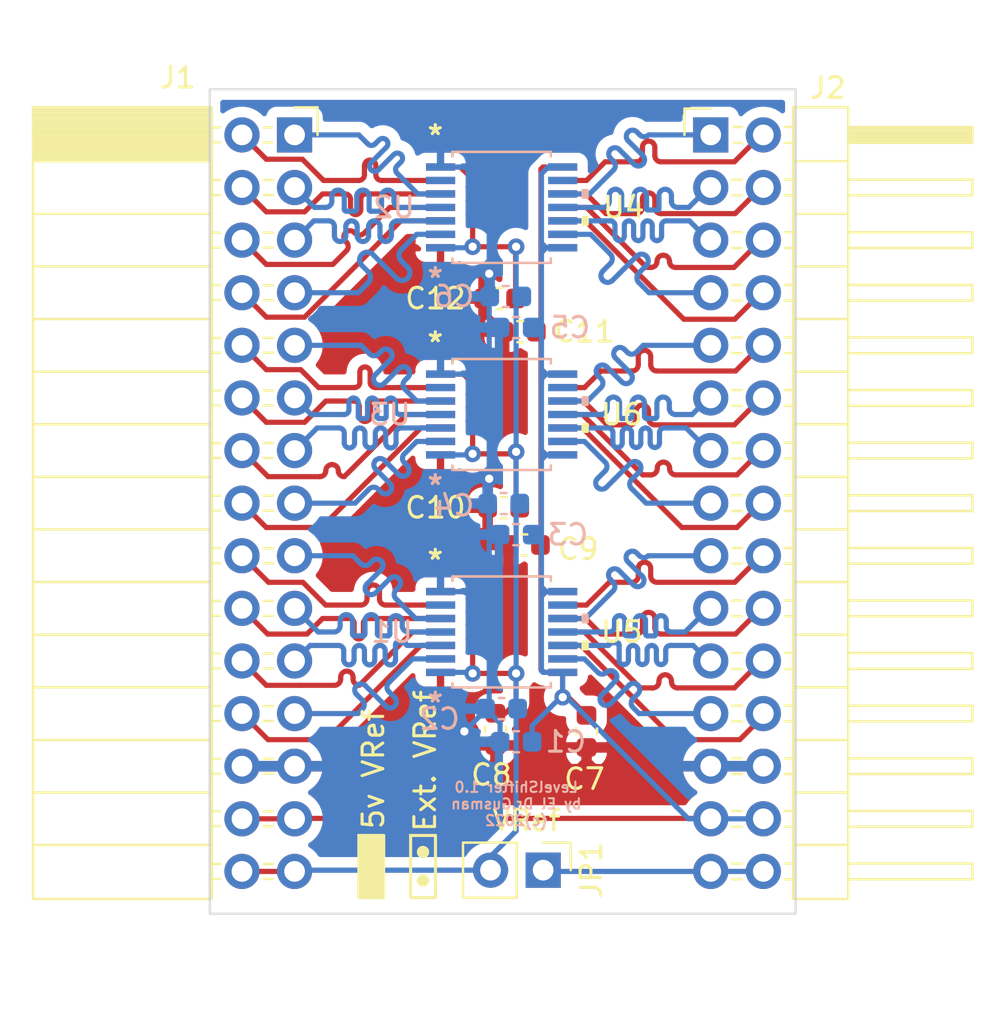
<source format=kicad_pcb>
(kicad_pcb (version 20211014) (generator pcbnew)
  (layers (0 "F.Cu" signal) (31 "B.Cu" signal) (34 "B.Paste" user) (35 "F.Paste" user) (36 "B.SilkS" user "B.Silkscreen") (37 "F.SilkS" user "F.Silkscreen") (38 "B.Mask" user) (39 "F.Mask" user) (44 "Edge.Cuts" user))
  (net 0 "")
  (net 1 "/CHAN_0_IN")
  (net 2 "/CHAN_1_IN")
  (net 3 "/CHAN_2_IN")
  (net 4 "/CHAN_3_IN")
  (net 5 "/CHAN_4_IN")
  (net 6 "/CHAN_5_IN")
  (net 7 "/CHAN_6_IN")
  (net 8 "/CHAN_7_IN")
  (net 9 "/CHAN_8_IN")
  (net 10 "/CHAN_9_IN")
  (net 11 "/CHAN_10_IN")
  (net 12 "/CHAN_11_IN")
  (net 13 "/GND")
  (net 14 "/3V3")
  (net 15 "/5V")
  (net 16 "/CHAN_0_OUT")
  (net 17 "/CHAN_1_OUT")
  (net 18 "/CHAN_2_OUT")
  (net 19 "/CHAN_3_OUT")
  (net 20 "/CHAN_4_OUT")
  (net 21 "/CHAN_5_OUT")
  (net 22 "/CHAN_6_OUT")
  (net 23 "/CHAN_7_OUT")
  (net 24 "/CHAN_8_OUT")
  (net 25 "/CHAN_9_OUT")
  (net 26 "/CHAN_10_OUT")
  (net 27 "/CHAN_11_OUT")
  (net 34 "/CHAN_23_IN")
  (net 35 "/CHAN_22_IN")
  (net 36 "/CHAN_21_IN")
  (net 37 "/CHAN_20_IN")
  (net 38 "/CHAN_19_IN")
  (net 39 "/CHAN_18_IN")
  (net 40 "/CHAN_17_IN")
  (net 41 "/CHAN_16_IN")
  (net 42 "/CHAN_15_IN")
  (net 43 "/CHAN_14_IN")
  (net 44 "/CHAN_13_IN")
  (net 45 "/CHAN_12_IN")
  (net 46 "/CHAN_23_OUT")
  (net 47 "/CHAN_22_OUT")
  (net 48 "/CHAN_21_OUT")
  (net 49 "/CHAN_20_OUT")
  (net 50 "/CHAN_19_OUT")
  (net 51 "/CHAN_18_OUT")
  (net 52 "/CHAN_17_OUT")
  (net 53 "/CHAN_16_OUT")
  (net 54 "/CHAN_15_OUT")
  (net 55 "/CHAN_14_OUT")
  (net 56 "/CHAN_13_OUT")
  (net 57 "/CHAN_12_OUT")
  (net 64 "/5V_VREF")
  (footprint "Connector_PinSocket_2.54mm:PinSocket_2x15_P2.54mm_Horizontal" (layer "F.Cu") (at 149.895 80)
    (fp_text reference "J1")
    (fp_text value "Conn_02x15_Odd_Even")
  )
  (footprint "Capacitor_SMD:C_0603_1608Metric" (layer "F.Cu") (at 163.995 108.8 -90)
    (fp_text reference "C7")
    (fp_text value "100nf 16v")
  )
  (footprint "Capacitor_SMD:C_0603_1608Metric" (layer "F.Cu") (at 159.595 108.7 90)
    (fp_text reference "C8")
    (fp_text value "100nf 16v")
  )
  (footprint "footprints:TXU0104PWR" (layer "F.Cu") (at 159.895 93.5)
    (fp_text reference "U6")
    (fp_text value "TXU0104PWR" hide)
  )
  (footprint "Capacitor_SMD:C_0603_1608Metric" (layer "F.Cu") (at 159.795 87.9)
    (fp_text reference "C12")
    (fp_text value "100nf 16v")
  )
  (footprint "footprints:TXU0104PWR" (layer "F.Cu") (at 159.895 104)
    (fp_text reference "U5")
    (fp_text value "TXU0104PWR" hide)
  )
  (footprint "Capacitor_SMD:C_0603_1608Metric" (layer "F.Cu") (at 159.995 98)
    (fp_text reference "C10")
    (fp_text value "100nf 16v")
  )
  (footprint "Connector_PinHeader_2.54mm:PinHeader_2x15_P2.54mm_Horizontal" (layer "F.Cu") (at 169.995 80)
    (fp_text reference "J2")
    (fp_text value "Conn_02x15_Odd_Even")
  )
  (footprint "footprints:TXU0104PWR" (layer "F.Cu") (at 159.895 83.5)
    (fp_text reference "U4")
    (fp_text value "TXU0104PWR" hide)
  )
  (footprint "Connector_PinHeader_2.54mm:PinHeader_1x02_P2.54mm_Vertical" (layer "F.Cu") (at 161.9 115.5 -90)
    (fp_text reference "JP1")
    (fp_text value "Conn_01x02")
  )
  (footprint "Capacitor_SMD:C_0603_1608Metric" (layer "F.Cu") (at 160.995 99.8 180)
    (fp_text reference "C9")
    (fp_text value "100nf 16v")
  )
  (footprint "Capacitor_SMD:C_0603_1608Metric" (layer "F.Cu") (at 160.795 89.5 180)
    (fp_text reference "C11")
    (fp_text value "100nf 16v")
  )
  (footprint "Capacitor_SMD:C_0603_1608Metric" (layer "B.Cu") (at 160.095 87.8)
    (fp_text reference "C6")
    (fp_text value "100nf 16v")
  )
  (footprint "footprints:TXU0104PWR" (layer "B.Cu") (at 159.895 83.5)
    (fp_text reference "U2")
    (fp_text value "TXU0104PWR" hide)
  )
  (footprint "Capacitor_SMD:C_0603_1608Metric" (layer "B.Cu") (at 159.895 107.7)
    (fp_text reference "C2")
    (fp_text value "100nf 16v")
  )
  (footprint "Capacitor_SMD:C_0603_1608Metric" (layer "B.Cu") (at 159.995 97.8)
    (fp_text reference "C4")
    (fp_text value "100nf 16v")
  )
  (footprint "footprints:TXU0104PWR" (layer "B.Cu") (at 159.895 104)
    (fp_text reference "U1")
    (fp_text value "TXU0104PWR" hide)
  )
  (footprint "Capacitor_SMD:C_0603_1608Metric" (layer "B.Cu") (at 160.595 89.3 180)
    (fp_text reference "C5")
    (fp_text value "100nf 16v")
  )
  (footprint "Capacitor_SMD:C_0603_1608Metric" (layer "B.Cu") (at 160.595 99.3 180)
    (fp_text reference "C3")
    (fp_text value "100nf 16v")
  )
  (footprint "Capacitor_SMD:C_0603_1608Metric" (layer "B.Cu") (at 160.595 109.3 180)
    (fp_text reference "C1")
    (fp_text value "100nf 16v")
  )
  (footprint "footprints:TXU0104PWR" (layer "B.Cu") (at 159.895 93.5)
    (fp_text reference "U3")
    (fp_text value "TXU0104PWR" hide)
  )
  (gr_rect (start 153 116.823606) (end 154.2 113.823606) (layer "F.SilkS") (width 0.15) (fill solid))
  (gr_circle (center 156.1 114.623606) (end 156.323607 114.623606) (layer "F.SilkS") (width 0.15) (fill solid))
  (gr_rect (start 155.5 116.823606) (end 156.7 113.823606) (layer "F.SilkS") (width 0.15) (fill none))
  (gr_circle (center 156.1 116) (end 156.323607 116) (layer "F.SilkS") (width 0.15) (fill solid))
  (gr_rect (start 145.795 117.6) (end 174.095 77.8) (layer "Edge.Cuts") (width 0.1) (fill none))
  (gr_text "LevelShifter 1.0\nby El Dr.Gusman\n(c)2022" (at 160.6 112.3) (layer "B.SilkS") (effects (font (size 0.5 0.5) (thickness 0.1)) (justify mirror)))
  (gr_text "Ext. VRef" (at 156.2 110.223606 90) (layer "F.SilkS") (effects (font (size 1 1))))
  (gr_text "5v VRef" (at 153.7 110.623606 90) (layer "F.SilkS") (effects (font (size 1 1))))
  (gr_text "VRef" (at 161.1 113.1) (layer "F.SilkS") (effects (font (size 1 1))))
  (segment (start 154.68331 80.95103) (end 154.491445 81.142895) (width 0.25) (layer "B.Cu") (net 1))
  (segment (start 153.592475 81.688309) (end 153.592474 81.688308) (width 0.25) (layer "B.Cu") (net 1))
  (segment (start 154.314668 81.319668) (end 153.946028 81.688308) (width 0.25) (layer "B.Cu") (net 1))
  (segment (start 156.945052 82.850014) (end 155.845014 82.850014) (width 0.25) (layer "B.Cu") (net 1))
  (segment (start 155.845014 82.850014) (end 154.845 81.85) (width 0.25) (layer "B.Cu") (net 1))
  (segment (start 154.844999 81.496446) (end 155.036863 81.304582) (width 0.25) (layer "B.Cu") (net 1))
  (segment (start 154.845 81.496448) (end 154.844999 81.496446) (width 0.25) (layer "B.Cu") (net 1))
  (segment (start 154.491445 81.142895) (end 154.314669 81.319671) (width 0.25) (layer "B.Cu") (net 1))
  (segment (start 153.430781 80.435784) (end 152.995 80) (width 0.25) (layer "B.Cu") (net 1))
  (segment (start 154.314669 81.319671) (end 154.314668 81.319668) (width 0.25) (layer "B.Cu") (net 1))
  (segment (start 153.592474 81.334754) (end 153.961115 80.966113) (width 0.25) (layer "B.Cu") (net 1))
  (segment (start 153.961115 80.966113) (end 154.329754 80.597474) (width 0.25) (layer "B.Cu") (net 1))
  (segment (start 152.995 80) (end 149.895 80) (width 0.25) (layer "B.Cu") (net 1))
  (segment (start 153.430782 80.435784) (end 153.430781 80.435784) (width 0.25) (layer "B.Cu") (net 1))
  (segment (start 155.036862 80.951029) (end 155.036864 80.95103) (width 0.25) (layer "B.Cu") (net 1))
  (segment (start 154.329755 80.243921) (end 154.329754 80.24392) (width 0.25) (layer "B.Cu") (net 1))
  (segment (start 153.9762 80.24392) (end 153.784335 80.435785) (width 0.25) (layer "B.Cu") (net 1))
  (arc (start 155.036864 80.95103) (mid 154.860087 80.877807) (end 154.68331 80.95103) (width 0.25) (layer "B.Cu") (net 1))
  (arc (start 153.946028 81.688308) (mid 153.769252 81.761532) (end 153.592475 81.688309) (width 0.25) (layer "B.Cu") (net 1))
  (arc (start 155.036863 81.304582) (mid 155.110086 81.127805) (end 155.036862 80.951029) (width 0.25) (layer "B.Cu") (net 1))
  (arc (start 154.329754 80.597474) (mid 154.402978 80.420698) (end 154.329755 80.243921) (width 0.25) (layer "B.Cu") (net 1))
  (arc (start 154.329754 80.24392) (mid 154.152977 80.170697) (end 153.9762 80.24392) (width 0.25) (layer "B.Cu") (net 1))
  (arc (start 153.784335 80.435785) (mid 153.607558 80.509008) (end 153.430782 80.435784) (width 0.25) (layer "B.Cu") (net 1))
  (arc (start 154.845 81.85) (mid 154.771776 81.673223) (end 154.845 81.496448) (width 0.25) (layer "B.Cu") (net 1))
  (arc (start 153.592474 81.688308) (mid 153.519251 81.511531) (end 153.592474 81.334754) (width 0.25) (layer "B.Cu") (net 1))
  (segment (start 152.295 83.5) (end 152.295 82.964591) (width 0.25) (layer "B.Cu") (net 2))
  (segment (start 152.802296 83.685409) (end 152.387704 83.685409) (width 0.25) (layer "B.Cu") (net 2))
  (segment (start 151.695 82.964591) (end 151.695 83.2) (width 0.25) (layer "B.Cu") (net 2))
  (segment (start 154.095 82.964591) (end 154.095 83.2) (width 0.25) (layer "B.Cu") (net 2))
  (segment (start 153.495 83.592705) (end 153.495 83.5) (width 0.25) (layer "B.Cu") (net 2))
  (segment (start 156.945052 83.5) (end 154.995 83.5) (width 0.25) (layer "B.Cu") (net 2))
  (segment (start 153.495 83.5) (end 153.495 82.964591) (width 0.25) (layer "B.Cu") (net 2))
  (segment (start 152.895 82.964591) (end 152.895 83.5) (width 0.25) (layer "B.Cu") (net 2))
  (segment (start 151.395 83.5) (end 150.855 83.5) (width 0.25) (layer "B.Cu") (net 2))
  (segment (start 154.002296 83.685409) (end 153.587704 83.685409) (width 0.25) (layer "B.Cu") (net 2))
  (segment (start 154.095 83.2) (end 154.095 83.592705) (width 0.25) (layer "B.Cu") (net 2))
  (segment (start 152.895 83.5) (end 152.895 83.592705) (width 0.25) (layer "B.Cu") (net 2))
  (segment (start 152.295 83.592705) (end 152.295 83.5) (width 0.25) (layer "B.Cu") (net 2))
  (segment (start 154.695 83.2) (end 154.695 82.964591) (width 0.25) (layer "B.Cu") (net 2))
  (segment (start 150.855 83.5) (end 149.895 82.54) (width 0.25) (layer "B.Cu") (net 2))
  (arc (start 153.495 82.964591) (mid 153.407132 82.752459) (end 153.195 82.664591) (width 0.25) (layer "B.Cu") (net 2))
  (arc (start 153.195 82.664591) (mid 152.982868 82.752459) (end 152.895 82.964591) (width 0.25) (layer "B.Cu") (net 2))
  (arc (start 154.395 82.664591) (mid 154.182868 82.752459) (end 154.095 82.964591) (width 0.25) (layer "B.Cu") (net 2))
  (arc (start 151.995 82.664591) (mid 151.782868 82.752459) (end 151.695 82.964591) (width 0.25) (layer "B.Cu") (net 2))
  (arc (start 152.387704 83.685409) (mid 152.322152 83.658257) (end 152.295 83.592705) (width 0.25) (layer "B.Cu") (net 2))
  (arc (start 154.695 82.964591) (mid 154.607132 82.752459) (end 154.395 82.664591) (width 0.25) (layer "B.Cu") (net 2))
  (arc (start 153.587704 83.685409) (mid 153.522152 83.658257) (end 153.495 83.592705) (width 0.25) (layer "B.Cu") (net 2))
  (arc (start 152.895 83.592705) (mid 152.867848 83.658257) (end 152.802296 83.685409) (width 0.25) (layer "B.Cu") (net 2))
  (arc (start 154.095 83.592705) (mid 154.067848 83.658257) (end 154.002296 83.685409) (width 0.25) (layer "B.Cu") (net 2))
  (arc (start 152.295 82.964591) (mid 152.207132 82.752459) (end 151.995 82.664591) (width 0.25) (layer "B.Cu") (net 2))
  (arc (start 151.695 83.2) (mid 151.607132 83.412132) (end 151.395 83.5) (width 0.25) (layer "B.Cu") (net 2))
  (arc (start 154.995 83.5) (mid 154.782868 83.412132) (end 154.695 83.2) (width 0.25) (layer "B.Cu") (net 2))
  (segment (start 151.820014 84.871816) (end 151.820014 84.424986) (width 0.25) (layer "B.Cu") (net 3))
  (segment (start 154.570014 84.424986) (end 154.570014 84.871816) (width 0.25) (layer "B.Cu") (net 3))
  (segment (start 153.470014 84.424986) (end 153.470014 84.871816) (width 0.25) (layer "B.Cu") (net 3))
  (segment (start 154.020014 84.871816) (end 154.020014 84.424986) (width 0.25) (layer "B.Cu") (net 3))
  (segment (start 156.945052 84.149986) (end 154.845014 84.149986) (width 0.25) (layer "B.Cu") (net 3))
  (segment (start 151.545014 84.149986) (end 150.825014 84.149986) (width 0.25) (layer "B.Cu") (net 3))
  (segment (start 152.920014 84.871816) (end 152.920014 84.424986) (width 0.25) (layer "B.Cu") (net 3))
  (segment (start 152.370014 84.424986) (end 152.370014 84.871816) (width 0.25) (layer "B.Cu") (net 3))
  (segment (start 150.825014 84.149986) (end 149.895 85.08) (width 0.25) (layer "B.Cu") (net 3))
  (arc (start 153.745014 84.149986) (mid 153.55056 84.230532) (end 153.470014 84.424986) (width 0.25) (layer "B.Cu") (net 3))
  (arc (start 152.095014 85.146816) (mid 151.90056 85.06627) (end 151.820014 84.871816) (width 0.25) (layer "B.Cu") (net 3))
  (arc (start 153.195014 85.146816) (mid 153.00056 85.06627) (end 152.920014 84.871816) (width 0.25) (layer "B.Cu") (net 3))
  (arc (start 152.370014 84.871816) (mid 152.289468 85.06627) (end 152.095014 85.146816) (width 0.25) (layer "B.Cu") (net 3))
  (arc (start 151.820014 84.424986) (mid 151.739468 84.230532) (end 151.545014 84.149986) (width 0.25) (layer "B.Cu") (net 3))
  (arc (start 154.845014 84.149986) (mid 154.65056 84.230532) (end 154.570014 84.424986) (width 0.25) (layer "B.Cu") (net 3))
  (arc (start 153.470014 84.871816) (mid 153.389468 85.06627) (end 153.195014 85.146816) (width 0.25) (layer "B.Cu") (net 3))
  (arc (start 152.645014 84.149986) (mid 152.45056 84.230532) (end 152.370014 84.424986) (width 0.25) (layer "B.Cu") (net 3))
  (arc (start 154.020014 84.424986) (mid 153.939468 84.230532) (end 153.745014 84.149986) (width 0.25) (layer "B.Cu") (net 3))
  (arc (start 154.570014 84.871816) (mid 154.489468 85.06627) (end 154.295014 85.146816) (width 0.25) (layer "B.Cu") (net 3))
  (arc (start 152.920014 84.424986) (mid 152.839468 84.230532) (end 152.645014 84.149986) (width 0.25) (layer "B.Cu") (net 3))
  (arc (start 154.295014 85.146816) (mid 154.10056 85.06627) (end 154.020014 84.871816) (width 0.25) (layer "B.Cu") (net 3))
  (segment (start 152.975 87.62) (end 149.895 87.62) (width 0.25) (layer "B.Cu") (net 4))
  (segment (start 153.276552 87.318448) (end 152.975 87.62) (width 0.25) (layer "B.Cu") (net 4))
  (segment (start 154.823613 86.919602) (end 154.823614 86.919603) (width 0.25) (layer "B.Cu") (net 4))
  (segment (start 154.823614 86.919603) (end 153.675399 85.771384) (width 0.25) (layer "B.Cu") (net 4))
  (segment (start 155.045 86.08033) (end 155.353944 86.389273) (width 0.25) (layer "B.Cu") (net 4))
  (segment (start 153.454012 87.140988) (end 153.276552 87.318448) (width 0.25) (layer "B.Cu") (net 4))
  (segment (start 153.145067 86.301716) (end 153.454012 86.610658) (width 0.25) (layer "B.Cu") (net 4))
  (segment (start 153.145068 86.301717) (end 153.145067 86.301716) (width 0.25) (layer "B.Cu") (net 4))
  (segment (start 156.945052 84.799972) (end 155.795028 84.799972) (width 0.25) (layer "B.Cu") (net 4))
  (segment (start 155.795028 84.799972) (end 155.045 85.55) (width 0.25) (layer "B.Cu") (net 4))
  (segment (start 155.045001 86.080331) (end 155.045 86.08033) (width 0.25) (layer "B.Cu") (net 4))
  (arc (start 155.353944 86.919603) (mid 155.088778 87.029438) (end 154.823613 86.919602) (width 0.25) (layer "B.Cu") (net 4))
  (arc (start 155.045 85.55) (mid 154.935165 85.815166) (end 155.045001 86.080331) (width 0.25) (layer "B.Cu") (net 4))
  (arc (start 153.454012 86.610658) (mid 153.563847 86.875823) (end 153.454012 87.140988) (width 0.25) (layer "B.Cu") (net 4))
  (arc (start 153.145067 85.771386) (mid 153.035233 86.036551) (end 153.145068 86.301717) (width 0.25) (layer "B.Cu") (net 4))
  (arc (start 155.353944 86.389273) (mid 155.463779 86.654438) (end 155.353944 86.919603) (width 0.25) (layer "B.Cu") (net 4))
  (arc (start 153.675399 85.771384) (mid 153.410232 85.661551) (end 153.145067 85.771386) (width 0.25) (layer "B.Cu") (net 4))
  (segment (start 153.798031 91.575644) (end 154.520644 90.85303) (width 0.25) (layer "B.Cu") (net 5))
  (segment (start 155.22 91.850736) (end 155.369175 91.701561) (width 0.25) (layer "B.Cu") (net 5))
  (segment (start 153.105 90.16) (end 149.895 90.16) (width 0.25) (layer "B.Cu") (net 5))
  (segment (start 155.795014 92.850014) (end 155.22 92.275) (width 0.25) (layer "B.Cu") (net 5))
  (segment (start 156.945052 92.850014) (end 155.795014 92.850014) (width 0.25) (layer "B.Cu") (net 5))
  (segment (start 154.944909 91.277296) (end 154.222295 91.999909) (width 0.25) (layer "B.Cu") (net 5))
  (segment (start 154.944909 91.277297) (end 154.944909 91.277296) (width 0.25) (layer "B.Cu") (net 5))
  (segment (start 153.522938 90.577941) (end 153.105 90.16) (width 0.25) (layer "B.Cu") (net 5))
  (segment (start 154.096378 90.428765) (end 153.947202 90.577941) (width 0.25) (layer "B.Cu") (net 5))
  (segment (start 154.096378 90.428766) (end 154.096378 90.428765) (width 0.25) (layer "B.Cu") (net 5))
  (segment (start 153.798031 91.575643) (end 153.798031 91.575644) (width 0.25) (layer "B.Cu") (net 5))
  (arc (start 155.369175 91.701561) (mid 155.457043 91.489429) (end 155.369175 91.277297) (width 0.25) (layer "B.Cu") (net 5))
  (arc (start 153.947202 90.577941) (mid 153.73507 90.665809) (end 153.522938 90.577941) (width 0.25) (layer "B.Cu") (net 5))
  (arc (start 154.222295 91.999909) (mid 154.010163 92.087777) (end 153.798031 91.999909) (width 0.25) (layer "B.Cu") (net 5))
  (arc (start 154.520644 90.85303) (mid 154.608512 90.640898) (end 154.520644 90.428766) (width 0.25) (layer "B.Cu") (net 5))
  (arc (start 155.22 92.275) (mid 155.132132 92.062868) (end 155.22 91.850736) (width 0.25) (layer "B.Cu") (net 5))
  (arc (start 153.798031 91.999909) (mid 153.710163 91.787776) (end 153.798031 91.575643) (width 0.25) (layer "B.Cu") (net 5))
  (arc (start 154.520644 90.428766) (mid 154.30851 90.340897) (end 154.096378 90.428766) (width 0.25) (layer "B.Cu") (net 5))
  (arc (start 155.369175 91.277297) (mid 155.157041 91.189428) (end 154.944909 91.277297) (width 0.25) (layer "B.Cu") (net 5))
  (segment (start 152.97 93.598142) (end 152.97 93.5) (width 0.25) (layer "B.Cu") (net 6))
  (segment (start 153.321858 93.696284) (end 153.068142 93.696284) (width 0.25) (layer "B.Cu") (net 6))
  (segment (start 151.9974 93.5) (end 150.695 93.5) (width 0.25) (layer "B.Cu") (net 6))
  (segment (start 152.97 93.5) (end 152.97 92.928716) (width 0.25) (layer "B.Cu") (net 6))
  (segment (start 154.77 93.275) (end 154.77 92.928716) (width 0.25) (layer "B.Cu") (net 6))
  (segment (start 153.42 92.928716) (end 153.42 93.5) (width 0.25) (layer "B.Cu") (net 6))
  (segment (start 154.221858 93.696284) (end 153.968142 93.696284) (width 0.25) (layer "B.Cu") (net 6))
  (segment (start 153.87 93.598142) (end 153.87 93.5) (width 0.25) (layer "B.Cu") (net 6))
  (segment (start 154.32 93.275) (end 154.32 93.598142) (width 0.25) (layer "B.Cu") (net 6))
  (segment (start 154.32 92.928716) (end 154.32 93.275) (width 0.25) (layer "B.Cu") (net 6))
  (segment (start 150.695 93.5) (end 149.895 92.7) (width 0.25) (layer "B.Cu") (net 6))
  (segment (start 153.87 93.5) (end 153.87 92.928716) (width 0.25) (layer "B.Cu") (net 6))
  (segment (start 152.52 92.928716) (end 152.52 93.275) (width 0.25) (layer "B.Cu") (net 6))
  (segment (start 152.295 93.5) (end 151.9974 93.5) (width 0.25) (layer "B.Cu") (net 6))
  (segment (start 153.42 93.5) (end 153.42 93.598142) (width 0.25) (layer "B.Cu") (net 6))
  (segment (start 156.945052 93.5) (end 154.995 93.5) (width 0.25) (layer "B.Cu") (net 6))
  (arc (start 153.968142 93.696284) (mid 153.898745 93.667539) (end 153.87 93.598142) (width 0.25) (layer "B.Cu") (net 6))
  (arc (start 154.995 93.5) (mid 154.835901 93.434099) (end 154.77 93.275) (width 0.25) (layer "B.Cu") (net 6))
  (arc (start 152.97 92.928716) (mid 152.904099 92.769617) (end 152.745 92.703716) (width 0.25) (layer "B.Cu") (net 6))
  (arc (start 153.42 93.598142) (mid 153.391255 93.667539) (end 153.321858 93.696284) (width 0.25) (layer "B.Cu") (net 6))
  (arc (start 154.32 93.598142) (mid 154.291255 93.667539) (end 154.221858 93.696284) (width 0.25) (layer "B.Cu") (net 6))
  (arc (start 152.52 93.275) (mid 152.454099 93.434099) (end 152.295 93.5) (width 0.25) (layer "B.Cu") (net 6))
  (arc (start 153.068142 93.696284) (mid 152.998745 93.667539) (end 152.97 93.598142) (width 0.25) (layer "B.Cu") (net 6))
  (arc (start 154.545 92.703716) (mid 154.385901 92.769617) (end 154.32 92.928716) (width 0.25) (layer "B.Cu") (net 6))
  (arc (start 152.745 92.703716) (mid 152.585901 92.769617) (end 152.52 92.928716) (width 0.25) (layer "B.Cu") (net 6))
  (arc (start 154.77 92.928716) (mid 154.704099 92.769617) (end 154.545 92.703716) (width 0.25) (layer "B.Cu") (net 6))
  (arc (start 153.87 92.928716) (mid 153.804099 92.769617) (end 153.645 92.703716) (width 0.25) (layer "B.Cu") (net 6))
  (arc (start 153.645 92.703716) (mid 153.485901 92.769617) (end 153.42 92.928716) (width 0.25) (layer "B.Cu") (net 6))
  (segment (start 152.045014 94.149986) (end 151.995014 94.149986) (width 0.25) (layer "B.Cu") (net 7))
  (segment (start 150.985014 94.149986) (end 149.895 95.24) (width 0.25) (layer "B.Cu") (net 7))
  (segment (start 152.795014 94.399986) (end 152.795014 94.864308) (width 0.25) (layer "B.Cu") (net 7))
  (segment (start 152.295014 94.864308) (end 152.295014 94.399986) (width 0.25) (layer "B.Cu") (net 7))
  (segment (start 156.945052 94.149986) (end 155.045014 94.149986) (width 0.25) (layer "B.Cu") (net 7))
  (segment (start 154.795014 94.399986) (end 154.795014 94.864308) (width 0.25) (layer "B.Cu") (net 7))
  (segment (start 153.795014 94.399986) (end 153.795014 94.864308) (width 0.25) (layer "B.Cu") (net 7))
  (segment (start 154.295014 94.864308) (end 154.295014 94.399986) (width 0.25) (layer "B.Cu") (net 7))
  (segment (start 153.295014 94.864308) (end 153.295014 94.399986) (width 0.25) (layer "B.Cu") (net 7))
  (segment (start 151.995014 94.149986) (end 150.985014 94.149986) (width 0.25) (layer "B.Cu") (net 7))
  (arc (start 153.795014 94.864308) (mid 153.721791 95.041085) (end 153.545014 95.114308) (width 0.25) (layer "B.Cu") (net 7))
  (arc (start 154.795014 94.864308) (mid 154.721791 95.041085) (end 154.545014 95.114308) (width 0.25) (layer "B.Cu") (net 7))
  (arc (start 152.545014 95.114308) (mid 152.368237 95.041085) (end 152.295014 94.864308) (width 0.25) (layer "B.Cu") (net 7))
  (arc (start 154.545014 95.114308) (mid 154.368237 95.041085) (end 154.295014 94.864308) (width 0.25) (layer "B.Cu") (net 7))
  (arc (start 152.795014 94.864308) (mid 152.721791 95.041085) (end 152.545014 95.114308) (width 0.25) (layer "B.Cu") (net 7))
  (arc (start 155.045014 94.149986) (mid 154.868237 94.223209) (end 154.795014 94.399986) (width 0.25) (layer "B.Cu") (net 7))
  (arc (start 153.045014 94.149986) (mid 152.868237 94.223209) (end 152.795014 94.399986) (width 0.25) (layer "B.Cu") (net 7))
  (arc (start 153.295014 94.399986) (mid 153.221791 94.223209) (end 153.045014 94.149986) (width 0.25) (layer "B.Cu") (net 7))
  (arc (start 154.295014 94.399986) (mid 154.221791 94.223209) (end 154.045014 94.149986) (width 0.25) (layer "B.Cu") (net 7))
  (arc (start 152.295014 94.399986) (mid 152.221791 94.223209) (end 152.045014 94.149986) (width 0.25) (layer "B.Cu") (net 7))
  (arc (start 153.545014 95.114308) (mid 153.368237 95.041085) (end 153.295014 94.864308) (width 0.25) (layer "B.Cu") (net 7))
  (arc (start 154.045014 94.149986) (mid 153.868237 94.223209) (end 153.795014 94.399986) (width 0.25) (layer "B.Cu") (net 7))
  (segment (start 155.795028 94.799972) (end 155.195 95.4) (width 0.25) (layer "B.Cu") (net 8))
  (segment (start 155.195001 95.824265) (end 155.195 95.824264) (width 0.25) (layer "B.Cu") (net 8))
  (segment (start 154.917552 96.395343) (end 154.235014 95.712801) (width 0.25) (layer "B.Cu") (net 8))
  (segment (start 153.810749 96.137068) (end 153.810748 96.137067) (width 0.25) (layer "B.Cu") (net 8))
  (segment (start 155.195 95.824264) (end 155.341816 95.971079) (width 0.25) (layer "B.Cu") (net 8))
  (segment (start 156.945052 94.799972) (end 155.795028 94.799972) (width 0.25) (layer "B.Cu") (net 8))
  (segment (start 153.810748 96.137067) (end 154.346475 96.67279) (width 0.25) (layer "B.Cu") (net 8))
  (segment (start 153.266217 97.328783) (end 152.815 97.78) (width 0.25) (layer "B.Cu") (net 8))
  (segment (start 152.815 97.78) (end 149.895 97.78) (width 0.25) (layer "B.Cu") (net 8))
  (segment (start 154.069026 97.243869) (end 153.922211 97.097053) (width 0.25) (layer "B.Cu") (net 8))
  (segment (start 154.917551 96.395342) (end 154.917552 96.395343) (width 0.25) (layer "B.Cu") (net 8))
  (segment (start 153.497947 97.097053) (end 153.266217 97.328783) (width 0.25) (layer "B.Cu") (net 8))
  (segment (start 154.346475 96.67279) (end 154.49329 96.819605) (width 0.25) (layer "B.Cu") (net 8))
  (segment (start 154.069025 97.243868) (end 154.069026 97.243869) (width 0.25) (layer "B.Cu") (net 8))
  (arc (start 154.49329 97.243869) (mid 154.281157 97.331737) (end 154.069025 97.243868) (width 0.25) (layer "B.Cu") (net 8))
  (arc (start 154.49329 96.819605) (mid 154.581158 97.031737) (end 154.49329 97.243869) (width 0.25) (layer "B.Cu") (net 8))
  (arc (start 153.810748 95.712803) (mid 153.722881 95.924935) (end 153.810749 96.137068) (width 0.25) (layer "B.Cu") (net 8))
  (arc (start 153.922211 97.097053) (mid 153.710079 97.009185) (end 153.497947 97.097053) (width 0.25) (layer "B.Cu") (net 8))
  (arc (start 155.195 95.4) (mid 155.107132 95.612133) (end 155.195001 95.824265) (width 0.25) (layer "B.Cu") (net 8))
  (arc (start 155.341816 95.971079) (mid 155.429684 96.183211) (end 155.341816 96.395343) (width 0.25) (layer "B.Cu") (net 8))
  (arc (start 154.235014 95.712801) (mid 154.02288 95.624935) (end 153.810748 95.712803) (width 0.25) (layer "B.Cu") (net 8))
  (arc (start 155.341816 96.395343) (mid 155.129683 96.483211) (end 154.917551 96.395342) (width 0.25) (layer "B.Cu") (net 8))
  (segment (start 154.795 101.975736) (end 154.927578 101.843158) (width 0.25) (layer "B.Cu") (net 9))
  (segment (start 154.503312 101.418893) (end 153.813892 102.108312) (width 0.25) (layer "B.Cu") (net 9))
  (segment (start 153.097938 100.702941) (end 152.828665 100.433665) (width 0.25) (layer "B.Cu") (net 9))
  (segment (start 154.503312 101.418894) (end 154.503312 101.418893) (width 0.25) (layer "B.Cu") (net 9))
  (segment (start 153.654781 100.570363) (end 153.654781 100.570362) (width 0.25) (layer "B.Cu") (net 9))
  (segment (start 152.715 100.32) (end 149.895 100.32) (width 0.25) (layer "B.Cu") (net 9))
  (segment (start 156.945052 103.350014) (end 155.745014 103.350014) (width 0.25) (layer "B.Cu") (net 9))
  (segment (start 153.389628 101.684047) (end 154.079047 100.994627) (width 0.25) (layer "B.Cu") (net 9))
  (segment (start 152.828665 100.433665) (end 152.715 100.32) (width 0.25) (layer "B.Cu") (net 9))
  (segment (start 153.654781 100.570362) (end 153.522202 100.702941) (width 0.25) (layer "B.Cu") (net 9))
  (segment (start 155.745014 103.350014) (end 154.795 102.4) (width 0.25) (layer "B.Cu") (net 9))
  (segment (start 153.389628 101.684046) (end 153.389628 101.684047) (width 0.25) (layer "B.Cu") (net 9))
  (arc (start 154.079047 100.570363) (mid 153.866913 100.482494) (end 153.654781 100.570363) (width 0.25) (layer "B.Cu") (net 9))
  (arc (start 154.079047 100.994627) (mid 154.166915 100.782495) (end 154.079047 100.570363) (width 0.25) (layer "B.Cu") (net 9))
  (arc (start 154.927578 101.843158) (mid 155.015446 101.631026) (end 154.927578 101.418894) (width 0.25) (layer "B.Cu") (net 9))
  (arc (start 154.795 102.4) (mid 154.707132 102.187868) (end 154.795 101.975736) (width 0.25) (layer "B.Cu") (net 9))
  (arc (start 153.813892 102.108312) (mid 153.60176 102.19618) (end 153.389628 102.108312) (width 0.25) (layer "B.Cu") (net 9))
  (arc (start 154.927578 101.418894) (mid 154.715444 101.331025) (end 154.503312 101.418894) (width 0.25) (layer "B.Cu") (net 9))
  (arc (start 153.522202 100.702941) (mid 153.31007 100.790809) (end 153.097938 100.702941) (width 0.25) (layer "B.Cu") (net 9))
  (arc (start 153.389628 102.108312) (mid 153.30176 101.896179) (end 153.389628 101.684046) (width 0.25) (layer "B.Cu") (net 9))
  (segment (start 153.895 104.093977) (end 153.895 104) (width 0.25) (layer "B.Cu") (net 10))
  (segment (start 152.695 104.093977) (end 152.695 104) (width 0.25) (layer "B.Cu") (net 10))
  (segment (start 156.945052 104) (end 155.395 104) (width 0.25) (layer "B.Cu") (net 10))
  (segment (start 152.095 103.462047) (end 152.095 103.7) (width 0.25) (layer "B.Cu") (net 10))
  (segment (start 153.201024 104.187953) (end 152.788976 104.187953) (width 0.25) (layer "B.Cu") (net 10))
  (segment (start 151.035 104) (end 149.895 102.86) (width 0.25) (layer "B.Cu") (net 10))
  (segment (start 153.895 104) (end 153.895 103.462047) (width 0.25) (layer "B.Cu") (net 10))
  (segment (start 151.795 104) (end 151.247059 104) (width 0.25) (layer "B.Cu") (net 10))
  (segment (start 154.495 103.7) (end 154.495 104.093977) (width 0.25) (layer "B.Cu") (net 10))
  (segment (start 151.247059 104) (end 151.035 104) (width 0.25) (layer "B.Cu") (net 10))
  (segment (start 154.495 103.512047) (end 154.495 103.7) (width 0.25) (layer "B.Cu") (net 10))
  (segment (start 155.095 103.7) (end 155.095 103.512047) (width 0.25) (layer "B.Cu") (net 10))
  (segment (start 154.401024 104.187953) (end 153.988976 104.187953) (width 0.25) (layer "B.Cu") (net 10))
  (segment (start 153.295 103.462047) (end 153.295 104) (width 0.25) (layer "B.Cu") (net 10))
  (segment (start 152.695 104) (end 152.695 103.462047) (width 0.25) (layer "B.Cu") (net 10))
  (segment (start 153.295 104) (end 153.295 104.093977) (width 0.25) (layer "B.Cu") (net 10))
  (arc (start 152.695 103.462047) (mid 152.607132 103.249915) (end 152.395 103.162047) (width 0.25) (layer "B.Cu") (net 10))
  (arc (start 154.795 103.212047) (mid 154.582868 103.299915) (end 154.495 103.512047) (width 0.25) (layer "B.Cu") (net 10))
  (arc (start 155.395 104) (mid 155.182868 103.912132) (end 155.095 103.7) (width 0.25) (layer "B.Cu") (net 10))
  (arc (start 152.095 103.7) (mid 152.007132 103.912132) (end 151.795 104) (width 0.25) (layer "B.Cu") (net 10))
  (arc (start 153.988976 104.187953) (mid 153.922525 104.160428) (end 153.895 104.093977) (width 0.25) (layer "B.Cu") (net 10))
  (arc (start 152.395 103.162047) (mid 152.182868 103.249915) (end 152.095 103.462047) (width 0.25) (layer "B.Cu") (net 10))
  (arc (start 153.295 104.093977) (mid 153.267475 104.160428) (end 153.201024 104.187953) (width 0.25) (layer "B.Cu") (net 10))
  (arc (start 153.895 103.462047) (mid 153.807132 103.249915) (end 153.595 103.162047) (width 0.25) (layer "B.Cu") (net 10))
  (arc (start 152.788976 104.187953) (mid 152.722525 104.160428) (end 152.695 104.093977) (width 0.25) (layer "B.Cu") (net 10))
  (arc (start 154.495 104.093977) (mid 154.467475 104.160428) (end 154.401024 104.187953) (width 0.25) (layer "B.Cu") (net 10))
  (arc (start 153.595 103.162047) (mid 153.382868 103.249915) (end 153.295 103.462047) (width 0.25) (layer "B.Cu") (net 10))
  (arc (start 155.095 103.512047) (mid 155.007132 103.299915) (end 154.795 103.212047) (width 0.25) (layer "B.Cu") (net 10))
  (segment (start 155.275215 104.580215) (end 155.275215 104.580214) (width 0.25) (layer "B.Cu") (net 11))
  (segment (start 154.269986 105.339529) (end 154.269986 104.899986) (width 0.25) (layer "B.Cu") (net 11))
  (segment (start 154.775215 104.580214) (end 154.775215 104.580215) (width 0.25) (layer "B.Cu") (net 11))
  (segment (start 154.775215 104.649986) (end 154.769986 104.649986) (width 0.25) (layer "B.Cu") (net 11))
  (segment (start 153.769986 104.899986) (end 153.769986 105.339529) (width 0.25) (layer "B.Cu") (net 11))
  (segment (start 150.949268 104.649986) (end 150.645014 104.649986) (width 0.25) (layer "B.Cu") (net 11))
  (segment (start 150.645014 104.649986) (end 149.895 105.4) (width 0.25) (layer "B.Cu") (net 11))
  (segment (start 152.769986 104.899986) (end 152.769986 105.339529) (width 0.25) (layer "B.Cu") (net 11))
  (segment (start 156.945052 104.649986) (end 155.344986 104.649986) (width 0.25) (layer "B.Cu") (net 11))
  (segment (start 153.269986 105.339529) (end 153.269986 104.899986) (width 0.25) (layer "B.Cu") (net 11))
  (segment (start 152.269986 105.339529) (end 152.269986 104.899986) (width 0.25) (layer "B.Cu") (net 11))
  (segment (start 154.769986 104.649986) (end 154.769986 105.339529) (width 0.25) (layer "B.Cu") (net 11))
  (segment (start 155.205444 104.510443) (end 154.844986 104.510443) (width 0.25) (layer "B.Cu") (net 11))
  (segment (start 152.019986 104.649986) (end 150.949268 104.649986) (width 0.25) (layer "B.Cu") (net 11))
  (segment (start 154.775215 104.580215) (end 154.775215 104.649986) (width 0.25) (layer "B.Cu") (net 11))
  (arc (start 153.019986 104.649986) (mid 152.843209 104.723209) (end 152.769986 104.899986) (width 0.25) (layer "B.Cu") (net 11))
  (arc (start 153.769986 105.339529) (mid 153.696763 105.516306) (end 153.519986 105.589529) (width 0.25) (layer "B.Cu") (net 11))
  (arc (start 152.519986 105.589529) (mid 152.343209 105.516306) (end 152.269986 105.339529) (width 0.25) (layer "B.Cu") (net 11))
  (arc (start 154.844986 104.510443) (mid 154.79565 104.530878) (end 154.775215 104.580214) (width 0.25) (layer "B.Cu") (net 11))
  (arc (start 154.519986 105.589529) (mid 154.343209 105.516306) (end 154.269986 105.339529) (width 0.25) (layer "B.Cu") (net 11))
  (arc (start 155.344986 104.649986) (mid 155.29565 104.629551) (end 155.275215 104.580215) (width 0.25) (layer "B.Cu") (net 11))
  (arc (start 152.269986 104.899986) (mid 152.196763 104.723209) (end 152.019986 104.649986) (width 0.25) (layer "B.Cu") (net 11))
  (arc (start 154.769986 105.339529) (mid 154.696763 105.516306) (end 154.519986 105.589529) (width 0.25) (layer "B.Cu") (net 11))
  (arc (start 153.519986 105.589529) (mid 153.343209 105.516306) (end 153.269986 105.339529) (width 0.25) (layer "B.Cu") (net 11))
  (arc (start 152.769986 105.339529) (mid 152.696763 105.516306) (end 152.519986 105.589529) (width 0.25) (layer "B.Cu") (net 11))
  (arc (start 155.275215 104.580214) (mid 155.25478 104.530878) (end 155.205444 104.510443) (width 0.25) (layer "B.Cu") (net 11))
  (arc (start 154.019986 104.649986) (mid 153.843209 104.723209) (end 153.769986 104.899986) (width 0.25) (layer "B.Cu") (net 11))
  (arc (start 153.269986 104.899986) (mid 153.196763 104.723209) (end 153.019986 104.649986) (width 0.25) (layer "B.Cu") (net 11))
  (arc (start 154.269986 104.899986) (mid 154.196763 104.723209) (end 154.019986 104.649986) (width 0.25) (layer "B.Cu") (net 11))
  (segment (start 154.445001 106.874265) (end 154.445 106.874264) (width 0.25) (layer "B.Cu") (net 12))
  (segment (start 154.445 106.874264) (end 154.727843 107.157106) (width 0.25) (layer "B.Cu") (net 12))
  (segment (start 154.303579 107.58137) (end 153.313632 106.591419) (width 0.25) (layer "B.Cu") (net 12))
  (segment (start 155.595028 105.299972) (end 154.445 106.45) (width 0.25) (layer "B.Cu") (net 12))
  (segment (start 153.17221 107.72279) (end 152.955 107.94) (width 0.25) (layer "B.Cu") (net 12))
  (segment (start 152.889367 107.015686) (end 152.889366 107.015685) (width 0.25) (layer "B.Cu") (net 12))
  (segment (start 152.955 107.94) (end 149.895 107.94) (width 0.25) (layer "B.Cu") (net 12))
  (segment (start 156.945052 105.299972) (end 155.595028 105.299972) (width 0.25) (layer "B.Cu") (net 12))
  (segment (start 152.889366 107.015685) (end 153.17221 107.298526) (width 0.25) (layer "B.Cu") (net 12))
  (segment (start 154.303578 107.581369) (end 154.303579 107.58137) (width 0.25) (layer "B.Cu") (net 12))
  (arc (start 154.445 106.45) (mid 154.357132 106.662133) (end 154.445001 106.874265) (width 0.25) (layer "B.Cu") (net 12))
  (arc (start 153.313632 106.591419) (mid 153.101498 106.503553) (end 152.889366 106.591421) (width 0.25) (layer "B.Cu") (net 12))
  (arc (start 153.17221 107.298526) (mid 153.260078 107.510658) (end 153.17221 107.72279) (width 0.25) (layer "B.Cu") (net 12))
  (arc (start 154.727843 107.157106) (mid 154.815711 107.369238) (end 154.727843 107.58137) (width 0.25) (layer "B.Cu") (net 12))
  (arc (start 154.727843 107.58137) (mid 154.51571 107.669238) (end 154.303578 107.581369) (width 0.25) (layer "B.Cu") (net 12))
  (arc (start 152.889366 106.591421) (mid 152.801499 106.803553) (end 152.889367 107.015686) (width 0.25) (layer "B.Cu") (net 12))
  (segment (start 159.195 110.5) (end 158.995 110.5) (width 0.25) (layer "F.Cu") (net 13))
  (segment (start 159.295 87.625) (end 159.02 87.9) (width 0.25) (layer "F.Cu") (net 13))
  (segment (start 157.495 86.7) (end 159.295 86.7) (width 0.25) (layer "F.Cu") (net 13))
  (segment (start 164.395 110.5) (end 164.495 110.5) (width 0.25) (layer "F.Cu") (net 13))
  (segment (start 163.995 110.1) (end 163.995 110.5) (width 0.25) (layer "F.Cu") (net 13))
  (segment (start 159.295 86.7) (end 159.295 87.625) (width 0.25) (layer "F.Cu") (net 13))
  (segment (start 159.495 110.5) (end 158.995 110.5) (width 0.25) (layer "F.Cu") (net 13))
  (segment (start 157.395 96.6) (end 159.295 96.6) (width 0.25) (layer "F.Cu") (net 13))
  (segment (start 163.395 110.5) (end 159.995 110.5) (width 0.25) (layer "F.Cu") (net 13))
  (segment (start 159.595 110.1) (end 159.595 110.4) (width 0.25) (layer "F.Cu") (net 13))
  (segment (start 159.095 99.1) (end 159.095 98.125) (width 0.25) (layer "F.Cu") (net 13))
  (segment (start 156.945052 95.449958) (end 156.945052 96.150052) (width 0.25) (layer "F.Cu") (net 13))
  (segment (start 159.595 110.4) (end 159.495 110.5) (width 0.25) (layer "F.Cu") (net 13))
  (segment (start 163.995 110.1) (end 163.595 110.5) (width 0.25) (layer "F.Cu") (net 13))
  (segment (start 163.995 110.5) (end 163.395 110.5) (width 0.25) (layer "F.Cu") (net 13))
  (segment (start 159.02 88.5) (end 160.02 89.5) (width 0.25) (layer "F.Cu") (net 13))
  (segment (start 164.495 110.5) (end 163.995 110.5) (width 0.25) (layer "F.Cu") (net 13))
  (segment (start 158.995 110.5) (end 149.915 110.5) (width 0.25) (layer "F.Cu") (net 13))
  (segment (start 159.595 109.475) (end 159.595 110.1) (width 0.25) (layer "F.Cu") (net 13))
  (segment (start 159.595 110.1) (end 159.195 110.5) (width 0.25) (layer "F.Cu") (net 13))
  (segment (start 156.945052 96.150052) (end 157.395 96.6) (width 0.25) (layer "F.Cu") (net 13))
  (segment (start 169.895 110.48) (end 169.875 110.5) (width 0.25) (layer "F.Cu") (net 13))
  (segment (start 156.945052 85.449958) (end 156.945052 86.150052) (width 0.25) (layer "F.Cu") (net 13))
  (segment (start 160.22 99.8) (end 159.795 99.8) (width 0.25) (layer "F.Cu") (net 13))
  (segment (start 159.22 98) (end 159.22 96.675) (width 0.25) (layer "F.Cu") (net 13))
  (segment (start 172.435 110.48) (end 169.895 110.48) (width 0.25) (layer "F.Cu") (net 13))
  (segment (start 159.995 110.5) (end 159.495 110.5) (width 0.25) (layer "F.Cu") (net 13))
  (segment (start 159.095 98.125) (end 159.22 98) (width 0.25) (layer "F.Cu") (net 13))
  (segment (start 159.22 96.675) (end 159.295 96.6) (width 0.25) (layer "F.Cu") (net 13))
  (segment (start 158.095 108.8) (end 156.945052 107.650052) (width 0.25) (layer "F.Cu") (net 13))
  (segment (start 159.595 110.1) (end 159.995 110.5) (width 0.25) (layer "F.Cu") (net 13))
  (segment (start 163.995 110.1) (end 164.395 110.5) (width 0.25) (layer "F.Cu") (net 13))
  (segment (start 159.795 99.8) (end 159.095 99.1) (width 0.25) (layer "F.Cu") (net 13))
  (segment (start 163.995 109.575) (end 163.995 110.1) (width 0.25) (layer "F.Cu") (net 13))
  (segment (start 156.945052 86.150052) (end 157.495 86.7) (width 0.25) (layer "F.Cu") (net 13))
  (segment (start 156.945052 107.650052) (end 156.945052 105.949958) (width 0.25) (layer "F.Cu") (net 13))
  (segment (start 159.02 87.9) (end 159.02 88.5) (width 0.25) (layer "F.Cu") (net 13))
  (segment (start 149.915 110.5) (end 149.895 110.48) (width 0.25) (layer "F.Cu") (net 13))
  (segment (start 163.595 110.5) (end 163.395 110.5) (width 0.25) (layer "F.Cu") (net 13))
  (segment (start 169.875 110.5) (end 164.495 110.5) (width 0.25) (layer "F.Cu") (net 13))
  (via (at 159.295 96.6) (size 0.8) (drill 0.4) (layers "F.Cu" "B.Cu") (net 13))
  (via (at 159.295 86.7) (size 0.8) (drill 0.4) (layers "F.Cu" "B.Cu") (net 13))
  (via (at 158.095 108.8) (size 0.8) (drill 0.4) (layers "F.Cu" "B.Cu") (net 13))
  (segment (start 159.295 102.1) (end 159.295 96.6) (width 0.25) (layer "B.Cu") (net 13))
  (segment (start 159.295 96.6) (end 159.295 91.6) (width 0.25) (layer "B.Cu") (net 13))
  (segment (start 159.295 91.6) (end 159.295 86.7) (width 0.25) (layer "B.Cu") (net 13))
  (segment (start 149.895 110.48) (end 156.415 110.48) (width 0.25) (layer "B.Cu") (net 13))
  (segment (start 159.245042 91.550042) (end 159.295 91.6) (width 0.25) (layer "B.Cu") (net 13))
  (segment (start 156.945052 91.550042) (end 159.245042 91.550042) (width 0.25) (layer "B.Cu") (net 13))
  (segment (start 159.82 109.3) (end 159.82 108.4) (width 0.25) (layer "B.Cu") (net 13))
  (segment (start 159.295 86.7) (end 159.295 82.7) (width 0.25) (layer "B.Cu") (net 13))
  (segment (start 159.295 82.7) (end 158.145042 81.550042) (width 0.25) (layer "B.Cu") (net 13))
  (segment (start 159.295 107.6) (end 159.295 102.1) (width 0.25) (layer "B.Cu") (net 13))
  (segment (start 158.145042 81.550042) (end 156.945052 81.550042) (width 0.25) (layer "B.Cu") (net 13))
  (segment (start 156.415 110.48) (end 159.295 107.6) (width 0.25) (layer "B.Cu") (net 13))
  (segment (start 156.945052 102.050042) (end 159.245042 102.050042) (width 0.25) (layer "B.Cu") (net 13))
  (segment (start 159.245042 102.050042) (end 159.295 102.1) (width 0.25) (layer "B.Cu") (net 13))
  (segment (start 159.82 108.4) (end 159.12 107.7) (width 0.25) (layer "B.Cu") (net 13))
  (segment (start 161.795 91.8) (end 161.795 95.2) (width 0.25) (layer "F.Cu") (net 14))
  (segment (start 169.875 113) (end 169.895 113.02) (width 0.25) (layer "F.Cu") (net 14))
  (segment (start 162.844948 102.050042) (end 162.045042 102.050042) (width 0.25) (layer "F.Cu") (net 14))
  (segment (start 147.355 113.02) (end 149.895 113.02) (width 0.25) (layer "F.Cu") (net 14))
  (segment (start 161.795 91.5) (end 161.795 91.8) (width 0.25) (layer "F.Cu") (net 14))
  (segment (start 162.844948 95.449958) (end 162.045042 95.449958) (width 0.25) (layer "F.Cu") (net 14))
  (segment (start 161.795 95.7) (end 161.795 95.8) (width 0.25) (layer "F.Cu") (net 14))
  (segment (start 163.119948 107.149948) (end 163.995 108.025) (width 0.25) (layer "F.Cu") (net 14))
  (segment (start 161.844958 102.050042) (end 161.795 102.1) (width 0.25) (layer "F.Cu") (net 14))
  (segment (start 162.045042 91.550042) (end 161.845042 91.550042) (width 0.25) (layer "F.Cu") (net 14))
  (segment (start 149.895 113.02) (end 149.915 113) (width 0.25) (layer "F.Cu") (net 14))
  (segment (start 161.795 91.3) (end 161.795 91.5) (width 0.25) (layer "F.Cu") (net 14))
  (segment (start 161.795 101.8) (end 161.795 102.1) (width 0.25) (layer "F.Cu") (net 14))
  (segment (start 162.844948 107.149948) (end 163.119948 107.149948) (width 0.25) (layer "F.Cu") (net 14))
  (segment (start 161.795 85.4) (end 161.795 85.7) (width 0.25) (layer "F.Cu") (net 14))
  (segment (start 161.795 102.1) (end 161.795 102.3) (width 0.25) (layer "F.Cu") (net 14))
  (segment (start 161.844958 85.449958) (end 161.795 85.4) (width 0.25) (layer "F.Cu") (net 14))
  (segment (start 161.795 95.4) (end 161.795 95.8) (width 0.25) (layer "F.Cu") (net 14))
  (segment (start 161.795 81.647941) (end 161.795 85.2) (width 0.25) (layer "F.Cu") (net 14))
  (segment (start 161.892899 81.550042) (end 161.795 81.647941) (width 0.25) (layer "F.Cu") (net 14))
  (segment (start 161.795 102.3) (end 161.795 105.8) (width 0.25) (layer "F.Cu") (net 14))
  (segment (start 149.915 113) (end 169.875 113) (width 0.25) (layer "F.Cu") (net 14))
  (segment (start 161.844958 95.449958) (end 161.795 95.4) (width 0.25) (layer "F.Cu") (net 14))
  (segment (start 162.045042 95.449958) (end 161.844958 95.449958) (width 0.25) (layer "F.Cu") (net 14))
  (segment (start 161.944958 105.949958) (end 162.844948 105.949958) (width 0.25) (layer "F.Cu") (net 14))
  (segment (start 162.044958 85.449958) (end 162.044958 85.450042) (width 0.25) (layer "F.Cu") (net 14))
  (segment (start 162.044958 91.550042) (end 162.044958 91.549958) (width 0.25) (layer "F.Cu") (net 14))
  (segment (start 162.045042 95.449958) (end 162.044958 95.449958) (width 0.25) (layer "F.Cu") (net 14))
  (segment (start 162.044958 85.450042) (end 161.795 85.7) (width 0.25) (layer "F.Cu") (net 14))
  (segment (start 162.844948 85.449958) (end 161.844958 85.449958) (width 0.25) (layer "F.Cu") (net 14))
  (segment (start 162.844948 81.550042) (end 161.892899 81.550042) (width 0.25) (layer "F.Cu") (net 14))
  (segment (start 162.044958 91.550042) (end 161.795 91.8) (width 0.25) (layer "F.Cu") (net 14))
  (segment (start 162.044958 102.050042) (end 161.795 102.3) (width 0.25) (layer "F.Cu") (net 14))
  (segment (start 162.044958 91.549958) (end 161.795 91.3) (width 0.25) (layer "F.Cu") (net 14))
  (segment (start 161.845042 91.550042) (end 161.795 91.5) (width 0.25) (layer "F.Cu") (net 14))
  (segment (start 161.795 85.7) (end 161.795 91.3) (width 0.25) (layer "F.Cu") (net 14))
  (segment (start 162.045042 91.550042) (end 162.044958 91.550042) (width 0.25) (layer "F.Cu") (net 14))
  (segment (start 162.044958 85.449958) (end 161.795 85.2) (width 0.25) (layer "F.Cu") (net 14))
  (segment (start 162.844948 105.949958) (end 162.844948 107.149948) (width 0.25) (layer "F.Cu") (net 14))
  (segment (start 162.844948 91.550042) (end 162.045042 91.550042) (width 0.25) (layer "F.Cu") (net 14))
  (segment (start 162.045042 102.050042) (end 162.044958 102.050042) (width 0.25) (layer "F.Cu") (net 14))
  (segment (start 161.795 105.8) (end 161.944958 105.949958) (width 0.25) (layer "F.Cu") (net 14))
  (segment (start 162.045042 102.050042) (end 161.844958 102.050042) (width 0.25) (layer "F.Cu") (net 14))
  (segment (start 162.045042 95.449958) (end 161.795 95.7) (width 0.25) (layer "F.Cu") (net 14))
  (segment (start 162.045042 102.050042) (end 161.795 101.8) (width 0.25) (layer "F.Cu") (net 14))
  (segment (start 161.795 85.2) (end 161.795 85.4) (width 0.25) (layer "F.Cu") (net 14))
  (segment (start 161.795 95.8) (end 161.795 101.8) (width 0.25) (layer "F.Cu") (net 14))
  (segment (start 161.795 95.2) (end 161.795 95.4) (width 0.25) (layer "F.Cu") (net 14))
  (segment (start 162.044958 95.449958) (end 161.795 95.2) (width 0.25) (layer "F.Cu") (net 14))
  (via (at 162.844948 107.149948) (size 0.8) (drill 0.4) (layers "F.Cu" "B.Cu") (net 14))
  (segment (start 161.818388 85.223388) (end 161.818388 81.876612) (width 0.25) (layer "B.Cu") (net 14))
  (segment (start 161.818388 105.875447) (end 161.818388 102.276612) (width 0.25) (layer "B.Cu") (net 14))
  (segment (start 162.844948 102.050042) (end 162.044958 102.050042) (width 0.25) (layer "B.Cu") (net 14))
  (segment (start 162.045042 85.449958) (end 162.044958 85.449958) (width 0.25) (layer "B.Cu") (net 14))
  (segment (start 161.818388 101.823388) (end 161.818388 95.676612) (width 0.25) (layer "B.Cu") (net 14))
  (segment (start 161.891734 91.550042) (end 161.818388 91.623388) (width 0.25) (layer "B.Cu") (net 14))
  (segment (start 162.044958 102.049958) (end 161.818388 101.823388) (width 0.25) (layer "B.Cu") (net 14))
  (segment (start 161.818388 95.223388) (end 161.818388 95.123388) (width 0.25) (layer "B.Cu") (net 14))
  (segment (start 162.844948 107.149948) (end 162.844948 105.949958) (width 0.25) (layer "B.Cu") (net 14))
  (segment (start 161.818388 91.876612) (end 161.818388 91.623388) (width 0.25) (layer "B.Cu") (net 14))
  (segment (start 162.044958 95.449958) (end 161.818388 95.223388) (width 0.25) (layer "B.Cu") (net 14))
  (segment (start 161.891734 95.449958) (end 161.818388 95.376612) (width 0.25) (layer "B.Cu") (net 14))
  (segment (start 162.045042 85.449958) (end 161.871612 85.623388) (width 0.25) (layer "B.Cu") (net 14))
  (segment (start 162.044958 102.049958) (end 162.044958 102.050042) (width 0.25) (layer "B.Cu") (net 14))
  (segment (start 161.818388 95.123388) (end 161.818388 91.876612) (width 0.25) (layer "B.Cu") (net 14))
  (segment (start 161.818388 95.376612) (end 161.818388 95.123388) (width 0.25) (layer "B.Cu") (net 14))
  (segment (start 172.435 113.02) (end 169.895 113.02) (width 0.25) (layer "B.Cu") (net 14))
  (segment (start 162.045042 85.449958) (end 161.845042 85.449958) (width 0.25) (layer "B.Cu") (net 14))
  (segment (start 161.818388 91.323388) (end 161.818388 85.623388) (width 0.25) (layer "B.Cu") (net 14))
  (segment (start 162.844948 105.949958) (end 161.892899 105.949958) (width 0.25) (layer "B.Cu") (net 14))
  (segment (start 162.044958 95.449958) (end 162.044958 95.450042) (width 0.25) (layer "B.Cu") (net 14))
  (segment (start 161.37 108.524948) (end 162.745 107.149948) (width 0.25) (layer "B.Cu") (net 14))
  (segment (start 162.745 107.149948) (end 162.844948 107.149948) (width 0.25) (layer "B.Cu") (net 14))
  (segment (start 162.844948 91.550042) (end 162.044958 91.550042) (width 0.25) (layer "B.Cu") (net 14))
  (segment (start 163.044948 107.149948) (end 162.844948 107.149948) (width 0.25) (layer "B.Cu") (net 14))
  (segment (start 162.044958 95.449958) (end 161.891734 95.449958) (width 0.25) (layer "B.Cu") (net 14))
  (segment (start 162.844948 95.449958) (end 162.044958 95.449958) (width 0.25) (layer "B.Cu") (net 14))
  (segment (start 168.915 113.02) (end 163.044948 107.149948) (width 0.25) (layer "B.Cu") (net 14))
  (segment (start 161.37 109.3) (end 161.37 108.524948) (width 0.25) (layer "B.Cu") (net 14))
  (segment (start 161.818388 85.476612) (end 161.818388 85.223388) (width 0.25) (layer "B.Cu") (net 14))
  (segment (start 161.818388 101.976612) (end 161.818388 101.823388) (width 0.25) (layer "B.Cu") (net 14))
  (segment (start 162.844948 85.449958) (end 162.045042 85.449958) (width 0.25) (layer "B.Cu") (net 14))
  (segment (start 161.818388 91.776612) (end 161.818388 91.876612) (width 0.25) (layer "B.Cu") (net 14))
  (segment (start 162.044958 85.449958) (end 161.818388 85.223388) (width 0.25) (layer "B.Cu") (net 14))
  (segment (start 161.818388 91.623388) (end 161.818388 91.323388) (width 0.25) (layer "B.Cu") (net 14))
  (segment (start 162.044958 102.050042) (end 161.891818 102.050042) (width 0.25) (layer "B.Cu") (net 14))
  (segment (start 162.044958 91.550042) (end 161.891734 91.550042) (width 0.25) (layer "B.Cu") (net 14))
  (segment (start 162.044958 102.050042) (end 161.818388 102.276612) (width 0.25) (layer "B.Cu") (net 14))
  (segment (start 162.044958 95.450042) (end 161.818388 95.676612) (width 0.25) (layer "B.Cu") (net 14))
  (segment (start 161.818388 102.276612) (end 161.818388 101.976612) (width 0.25) (layer "B.Cu") (net 14))
  (segment (start 161.891818 102.050042) (end 161.818388 101.976612) (width 0.25) (layer "B.Cu") (net 14))
  (segment (start 161.892899 105.949958) (end 161.818388 105.875447) (width 0.25) (layer "B.Cu") (net 14))
  (segment (start 162.044958 91.550042) (end 161.818388 91.776612) (width 0.25) (layer "B.Cu") (net 14))
  (segment (start 161.845042 85.449958) (end 161.818388 85.476612) (width 0.25) (layer "B.Cu") (net 14))
  (segment (start 162.144958 81.550042) (end 162.844948 81.550042) (width 0.25) (layer "B.Cu") (net 14))
  (segment (start 161.871612 85.623388) (end 161.818388 85.623388) (width 0.25) (layer "B.Cu") (net 14))
  (segment (start 161.818388 85.623388) (end 161.818388 85.476612) (width 0.25) (layer "B.Cu") (net 14))
  (segment (start 161.818388 95.676612) (end 161.818388 95.376612) (width 0.25) (layer "B.Cu") (net 14))
  (segment (start 162.044958 91.549958) (end 161.818388 91.323388) (width 0.25) (layer "B.Cu") (net 14))
  (segment (start 162.044958 91.550042) (end 162.044958 91.549958) (width 0.25) (layer "B.Cu") (net 14))
  (segment (start 161.818388 81.876612) (end 162.144958 81.550042) (width 0.25) (layer "B.Cu") (net 14))
  (segment (start 169.895 113.02) (end 168.915 113.02) (width 0.25) (layer "B.Cu") (net 14))
  (segment (start 161.96 115.56) (end 161.9 115.5) (width 0.25) (layer "B.Cu") (net 15))
  (segment (start 169.995 115.56) (end 172.535 115.56) (width 0.25) (layer "B.Cu") (net 15))
  (segment (start 169.995 115.56) (end 161.96 115.56) (width 0.25) (layer "B.Cu") (net 15))
  (segment (start 166.146473 80.424263) (end 166.712101 80.98989) (width 0.25) (layer "B.Cu") (net 16))
  (segment (start 165.156582 81.131427) (end 165.297947 81.272789) (width 0.25) (layer "B.Cu") (net 16))
  (segment (start 166.287837 81.414154) (end 165.934342 81.060658) (width 0.25) (layer "B.Cu") (net 16))
  (segment (start 165.297947 81.697053) (end 164.144986 82.850014) (width 0.25) (layer "B.Cu") (net 16))
  (segment (start 169.895 80) (end 166.995 80) (width 0.25) (layer "B.Cu") (net 16))
  (segment (start 165.156583 81.131428) (end 165.156582 81.131427) (width 0.25) (layer "B.Cu") (net 16))
  (segment (start 166.005108 80.282901) (end 166.146473 80.424263) (width 0.25) (layer "B.Cu") (net 16))
  (segment (start 166.570736 80) (end 166.429372 79.858637) (width 0.25) (layer "B.Cu") (net 16))
  (segment (start 165.934342 81.060658) (end 165.580848 80.707161) (width 0.25) (layer "B.Cu") (net 16))
  (segment (start 166.570735 79.999999) (end 166.570736 80) (width 0.25) (layer "B.Cu") (net 16))
  (segment (start 164.144986 82.850014) (end 162.844948 82.850014) (width 0.25) (layer "B.Cu") (net 16))
  (segment (start 166.287836 81.414153) (end 166.287837 81.414154) (width 0.25) (layer "B.Cu") (net 16))
  (segment (start 166.005109 80.282902) (end 166.005108 80.282901) (width 0.25) (layer "B.Cu") (net 16))
  (arc (start 166.005108 79.858637) (mid 165.917241 80.070769) (end 166.005109 80.282902) (width 0.25) (layer "B.Cu") (net 16))
  (arc (start 166.429372 79.858637) (mid 166.21724 79.770769) (end 166.005108 79.858637) (width 0.25) (layer "B.Cu") (net 16))
  (arc (start 165.580848 80.707161) (mid 165.368714 80.619295) (end 165.156582 80.707163) (width 0.25) (layer "B.Cu") (net 16))
  (arc (start 166.712101 80.98989) (mid 166.799969 81.202022) (end 166.712101 81.414154) (width 0.25) (layer "B.Cu") (net 16))
  (arc (start 165.156582 80.707163) (mid 165.068715 80.919295) (end 165.156583 81.131428) (width 0.25) (layer "B.Cu") (net 16))
  (arc (start 166.712101 81.414154) (mid 166.499968 81.502022) (end 166.287836 81.414153) (width 0.25) (layer "B.Cu") (net 16))
  (arc (start 165.297947 81.272789) (mid 165.385815 81.484921) (end 165.297947 81.697053) (width 0.25) (layer "B.Cu") (net 16))
  (arc (start 166.995 80) (mid 166.782866 80.087869) (end 166.570735 79.999999) (width 0.25) (layer "B.Cu") (net 16))
  (segment (start 166.895 83.5) (end 166.895 82.924591) (width 0.25) (layer "B.Cu") (net 17))
  (segment (start 164.382893 83.5) (end 162.844948 83.5) (width 0.25) (layer "B.Cu") (net 17))
  (segment (start 165.695 83.562705) (end 165.695 83.5) (width 0.25) (layer "B.Cu") (net 17))
  (segment (start 165.095 82.924591) (end 165.095 83.2) (width 0.25) (layer "B.Cu") (net 17))
  (segment (start 168.935 83.5) (end 168.395 83.5) (width 0.25) (layer "B.Cu") (net 17))
  (segment (start 167.495 82.924591) (end 167.495 83.2) (width 0.25) (layer "B.Cu") (net 17))
  (segment (start 167.495 83.2) (end 167.495 83.562705) (width 0.25) (layer "B.Cu") (net 17))
  (segment (start 168.095 83.2) (end 168.095 82.924591) (width 0.25) (layer "B.Cu") (net 17))
  (segment (start 169.895 82.54) (end 168.935 83.5) (width 0.25) (layer "B.Cu") (net 17))
  (segment (start 164.795 83.5) (end 164.382893 83.5) (width 0.25) (layer "B.Cu") (net 17))
  (segment (start 166.295 82.924591) (end 166.295 83.5) (width 0.25) (layer "B.Cu") (net 17))
  (segment (start 165.695 83.5) (end 165.695 82.924591) (width 0.25) (layer "B.Cu") (net 17))
  (segment (start 166.295 83.5) (end 166.295 83.562705) (width 0.25) (layer "B.Cu") (net 17))
  (segment (start 166.232296 83.625409) (end 165.757704 83.625409) (width 0.25) (layer "B.Cu") (net 17))
  (segment (start 167.432296 83.625409) (end 166.957704 83.625409) (width 0.25) (layer "B.Cu") (net 17))
  (segment (start 166.895 83.562705) (end 166.895 83.5) (width 0.25) (layer "B.Cu") (net 17))
  (arc (start 165.695 82.924591) (mid 165.607132 82.712459) (end 165.395 82.624591) (width 0.25) (layer "B.Cu") (net 17))
  (arc (start 165.095 83.2) (mid 165.007132 83.412132) (end 164.795 83.5) (width 0.25) (layer "B.Cu") (net 17))
  (arc (start 168.095 82.924591) (mid 168.007132 82.712459) (end 167.795 82.624591) (width 0.25) (layer "B.Cu") (net 17))
  (arc (start 167.795 82.624591) (mid 167.582868 82.712459) (end 167.495 82.924591) (width 0.25) (layer "B.Cu") (net 17))
  (arc (start 165.757704 83.625409) (mid 165.713366 83.607043) (end 165.695 83.562705) (width 0.25) (layer "B.Cu") (net 17))
  (arc (start 166.957704 83.625409) (mid 166.913366 83.607043) (end 166.895 83.562705) (width 0.25) (layer "B.Cu") (net 17))
  (arc (start 166.295 83.562705) (mid 166.276634 83.607043) (end 166.232296 83.625409) (width 0.25) (layer "B.Cu") (net 17))
  (arc (start 166.595 82.624591) (mid 166.382868 82.712459) (end 166.295 82.924591) (width 0.25) (layer "B.Cu") (net 17))
  (arc (start 166.895 82.924591) (mid 166.807132 82.712459) (end 166.595 82.624591) (width 0.25) (layer "B.Cu") (net 17))
  (arc (start 168.395 83.5) (mid 168.182868 83.412132) (end 168.095 83.2) (width 0.25) (layer "B.Cu") (net 17))
  (arc (start 167.495 83.562705) (mid 167.476634 83.607043) (end 167.432296 83.625409) (width 0.25) (layer "B.Cu") (net 17))
  (arc (start 165.395 82.624591) (mid 165.182868 82.712459) (end 165.095 82.924591) (width 0.25) (layer "B.Cu") (net 17))
  (segment (start 165.369986 84.878938) (end 165.369986 84.374986) (width 0.25) (layer "B.Cu") (net 18))
  (segment (start 166.269986 84.878938) (end 166.269986 84.374986) (width 0.25) (layer "B.Cu") (net 18))
  (segment (start 165.144986 84.149986) (end 165.094986 84.149986) (width 0.25) (layer "B.Cu") (net 18))
  (segment (start 165.819986 84.374986) (end 165.819986 84.878938) (width 0.25) (layer "B.Cu") (net 18))
  (segment (start 167.619986 84.374986) (end 167.619986 84.878938) (width 0.25) (layer "B.Cu") (net 18))
  (segment (start 168.964986 84.149986) (end 167.844986 84.149986) (width 0.25) (layer "B.Cu") (net 18))
  (segment (start 167.169986 84.878938) (end 167.169986 84.374986) (width 0.25) (layer "B.Cu") (net 18))
  (segment (start 169.895 85.08) (end 168.964986 84.149986) (width 0.25) (layer "B.Cu") (net 18))
  (segment (start 166.719986 84.374986) (end 166.719986 84.878938) (width 0.25) (layer "B.Cu") (net 18))
  (segment (start 165.094986 84.149986) (end 162.844948 84.149986) (width 0.25) (layer "B.Cu") (net 18))
  (arc (start 165.594986 85.103938) (mid 165.435887 85.038037) (end 165.369986 84.878938) (width 0.25) (layer "B.Cu") (net 18))
  (arc (start 166.944986 84.149986) (mid 166.785887 84.215887) (end 166.719986 84.374986) (width 0.25) (layer "B.Cu") (net 18))
  (arc (start 165.369986 84.374986) (mid 165.304085 84.215887) (end 165.144986 84.149986) (width 0.25) (layer "B.Cu") (net 18))
  (arc (start 165.819986 84.878938) (mid 165.754085 85.038037) (end 165.594986 85.103938) (width 0.25) (layer "B.Cu") (net 18))
  (arc (start 167.394986 85.103938) (mid 167.235887 85.038037) (end 167.169986 84.878938) (width 0.25) (layer "B.Cu") (net 18))
  (arc (start 166.719986 84.878938) (mid 166.654085 85.038037) (end 166.494986 85.103938) (width 0.25) (layer "B.Cu") (net 18))
  (arc (start 167.619986 84.878938) (mid 167.554085 85.038037) (end 167.394986 85.103938) (width 0.25) (layer "B.Cu") (net 18))
  (arc (start 167.169986 84.374986) (mid 167.104085 84.215887) (end 166.944986 84.149986) (width 0.25) (layer "B.Cu") (net 18))
  (arc (start 166.494986 85.103938) (mid 166.335887 85.038037) (end 166.269986 84.878938) (width 0.25) (layer "B.Cu") (net 18))
  (arc (start 166.269986 84.374986) (mid 166.204085 84.215887) (end 166.044986 84.149986) (width 0.25) (layer "B.Cu") (net 18))
  (arc (start 167.844986 84.149986) (mid 167.685887 84.215887) (end 167.619986 84.374986) (width 0.25) (layer "B.Cu") (net 18))
  (arc (start 166.044986 84.149986) (mid 165.885887 84.215887) (end 165.819986 84.374986) (width 0.25) (layer "B.Cu") (net 18))
  (segment (start 167.015 87.62) (end 169.895 87.62) (width 0.25) (layer "B.Cu") (net 19))
  (segment (start 165.834428 86.43943) (end 165.834431 86.439431) (width 0.25) (layer "B.Cu") (net 19))
  (segment (start 164.194972 84.799972) (end 165.145 85.75) (width 0.25) (layer "B.Cu") (net 19))
  (segment (start 165.834431 86.439431) (end 166.421143 85.852719) (width 0.25) (layer "B.Cu") (net 19))
  (segment (start 165.145 86.20962) (end 164.788098 86.566522) (width 0.25) (layer "B.Cu") (net 19))
  (segment (start 162.844948 84.799972) (end 164.194972 84.799972) (width 0.25) (layer "B.Cu") (net 19))
  (segment (start 166.880762 85.85272) (end 166.880762 85.852719) (width 0.25) (layer "B.Cu") (net 19))
  (segment (start 166.713517 87.318517) (end 167.015 87.62) (width 0.25) (layer "B.Cu") (net 19))
  (segment (start 166.523861 87.128859) (end 166.523861 87.128858) (width 0.25) (layer "B.Cu") (net 19))
  (segment (start 166.880762 86.312337) (end 166.880762 86.312338) (width 0.25) (layer "B.Cu") (net 19))
  (segment (start 165.247717 87.026142) (end 165.247717 87.026141) (width 0.25) (layer "B.Cu") (net 19))
  (segment (start 166.523861 87.128858) (end 166.713517 87.318517) (width 0.25) (layer "B.Cu") (net 19))
  (segment (start 165.247717 87.026141) (end 165.834428 86.43943) (width 0.25) (layer "B.Cu") (net 19))
  (segment (start 166.880762 86.312338) (end 166.523861 86.669239) (width 0.25) (layer "B.Cu") (net 19))
  (segment (start 164.788098 87.026142) (end 164.788099 87.026142) (width 0.25) (layer "B.Cu") (net 19))
  (arc (start 166.880762 85.852719) (mid 166.975952 86.082528) (end 166.880762 86.312337) (width 0.25) (layer "B.Cu") (net 19))
  (arc (start 164.788099 87.026142) (mid 165.017907 87.121331) (end 165.247717 87.026142) (width 0.25) (layer "B.Cu") (net 19))
  (arc (start 166.421143 85.852719) (mid 166.650953 85.757529) (end 166.880762 85.85272) (width 0.25) (layer "B.Cu") (net 19))
  (arc (start 165.145 85.75) (mid 165.24019 85.97981) (end 165.145 86.20962) (width 0.25) (layer "B.Cu") (net 19))
  (arc (start 164.788098 86.566522) (mid 164.692908 86.796332) (end 164.788098 87.026142) (width 0.25) (layer "B.Cu") (net 19))
  (arc (start 166.523861 86.669239) (mid 166.428671 86.899049) (end 166.523861 87.128859) (width 0.25) (layer "B.Cu") (net 19))
  (segment (start 164.697947 92.197053) (end 164.044986 92.850014) (width 0.25) (layer "B.Cu") (net 20))
  (segment (start 165.334342 91.560658) (end 164.973038 91.199351) (width 0.25) (layer "B.Cu") (net 20))
  (segment (start 169.895 90.16) (end 166.735 90.16) (width 0.25) (layer "B.Cu") (net 20))
  (segment (start 165.970736 90.5) (end 165.821562 90.350827) (width 0.25) (layer "B.Cu") (net 20))
  (segment (start 165.695647 91.921964) (end 165.334342 91.560658) (width 0.25) (layer "B.Cu") (net 20))
  (segment (start 165.546473 90.924263) (end 166.119911 91.4977) (width 0.25) (layer "B.Cu") (net 20))
  (segment (start 164.548773 91.623618) (end 164.548772 91.623617) (width 0.25) (layer "B.Cu") (net 20))
  (segment (start 165.695646 91.921963) (end 165.695647 91.921964) (width 0.25) (layer "B.Cu") (net 20))
  (segment (start 165.970735 90.499999) (end 165.970736 90.5) (width 0.25) (layer "B.Cu") (net 20))
  (segment (start 164.548772 91.623617) (end 164.697947 91.772789) (width 0.25) (layer "B.Cu") (net 20))
  (segment (start 164.044986 92.850014) (end 162.844948 92.850014) (width 0.25) (layer "B.Cu") (net 20))
  (segment (start 166.735 90.16) (end 166.395 90.5) (width 0.25) (layer "B.Cu") (net 20))
  (segment (start 165.397298 90.775091) (end 165.546473 90.924263) (width 0.25) (layer "B.Cu") (net 20))
  (segment (start 165.397299 90.775092) (end 165.397298 90.775091) (width 0.25) (layer "B.Cu") (net 20))
  (arc (start 164.548772 91.199353) (mid 164.460905 91.411485) (end 164.548773 91.623618) (width 0.25) (layer "B.Cu") (net 20))
  (arc (start 164.697947 91.772789) (mid 164.785815 91.984921) (end 164.697947 92.197053) (width 0.25) (layer "B.Cu") (net 20))
  (arc (start 166.119911 91.921964) (mid 165.907778 92.009832) (end 165.695646 91.921963) (width 0.25) (layer "B.Cu") (net 20))
  (arc (start 166.395 90.5) (mid 166.182866 90.587869) (end 165.970735 90.499999) (width 0.25) (layer "B.Cu") (net 20))
  (arc (start 166.119911 91.4977) (mid 166.207779 91.709832) (end 166.119911 91.921964) (width 0.25) (layer "B.Cu") (net 20))
  (arc (start 165.821562 90.350827) (mid 165.60943 90.262959) (end 165.397298 90.350827) (width 0.25) (layer "B.Cu") (net 20))
  (arc (start 164.973038 91.199351) (mid 164.760904 91.111485) (end 164.548772 91.199353) (width 0.25) (layer "B.Cu") (net 20))
  (arc (start 165.397298 90.350827) (mid 165.309431 90.562959) (end 165.397299 90.775092) (width 0.25) (layer "B.Cu") (net 20))
  (segment (start 165.595 93.596018) (end 165.595 93.5) (width 0.25) (layer "B.Cu") (net 21))
  (segment (start 169.895 92.7) (end 169.095 93.5) (width 0.25) (layer "B.Cu") (net 21))
  (segment (start 164.995 92.957964) (end 164.995 93.2) (width 0.25) (layer "B.Cu") (net 21))
  (segment (start 164.695 93.5) (end 163.795137 93.5) (width 0.25) (layer "B.Cu") (net 21))
  (segment (start 166.098982 93.692036) (end 165.691018 93.692036) (width 0.25) (layer "B.Cu") (net 21))
  (segment (start 167.395 92.957964) (end 167.395 93.2) (width 0.25) (layer "B.Cu") (net 21))
  (segment (start 163.795137 93.5) (end 162.844948 93.5) (width 0.25) (layer "B.Cu") (net 21))
  (segment (start 166.195 92.957964) (end 166.195 93.5) (width 0.25) (layer "B.Cu") (net 21))
  (segment (start 166.795 93.596018) (end 166.795 93.5) (width 0.25) (layer "B.Cu") (net 21))
  (segment (start 166.195 93.5) (end 166.195 93.596018) (width 0.25) (layer "B.Cu") (net 21))
  (segment (start 167.298982 93.692036) (end 166.891018 93.692036) (width 0.25) (layer "B.Cu") (net 21))
  (segment (start 166.795 93.5) (end 166.795 92.957964) (width 0.25) (layer "B.Cu") (net 21))
  (segment (start 169.095 93.5) (end 168.295 93.5) (width 0.25) (layer "B.Cu") (net 21))
  (segment (start 167.995 93.2) (end 167.995 92.957964) (width 0.25) (layer "B.Cu") (net 21))
  (segment (start 165.595 93.5) (end 165.595 92.957964) (width 0.25) (layer "B.Cu") (net 21))
  (segment (start 167.395 93.2) (end 167.395 93.596018) (width 0.25) (layer "B.Cu") (net 21))
  (arc (start 165.295 92.657964) (mid 165.082868 92.745832) (end 164.995 92.957964) (width 0.25) (layer "B.Cu") (net 21))
  (arc (start 166.495 92.657964) (mid 166.282868 92.745832) (end 166.195 92.957964) (width 0.25) (layer "B.Cu") (net 21))
  (arc (start 167.695 92.657964) (mid 167.482868 92.745832) (end 167.395 92.957964) (width 0.25) (layer "B.Cu") (net 21))
  (arc (start 166.795 92.957964) (mid 166.707132 92.745832) (end 166.495 92.657964) (width 0.25) (layer "B.Cu") (net 21))
  (arc (start 166.891018 93.692036) (mid 166.823123 93.663913) (end 166.795 93.596018) (width 0.25) (layer "B.Cu") (net 21))
  (arc (start 168.295 93.5) (mid 168.082868 93.412132) (end 167.995 93.2) (width 0.25) (layer "B.Cu") (net 21))
  (arc (start 167.395 93.596018) (mid 167.366877 93.663913) (end 167.298982 93.692036) (width 0.25) (layer "B.Cu") (net 21))
  (arc (start 165.595 92.957964) (mid 165.507132 92.745832) (end 165.295 92.657964) (width 0.25) (layer "B.Cu") (net 21))
  (arc (start 164.995 93.2) (mid 164.907132 93.412132) (end 164.695 93.5) (width 0.25) (layer "B.Cu") (net 21))
  (arc (start 167.995 92.957964) (mid 167.907132 92.745832) (end 167.695 92.657964) (width 0.25) (layer "B.Cu") (net 21))
  (arc (start 165.691018 93.692036) (mid 165.623123 93.663913) (end 165.595 93.596018) (width 0.25) (layer "B.Cu") (net 21))
  (arc (start 166.195 93.596018) (mid 166.166877 93.663913) (end 166.098982 93.692036) (width 0.25) (layer "B.Cu") (net 21))
  (segment (start 165.045014 94.149986) (end 164.995014 94.149986) (width 0.25) (layer "B.Cu") (net 22))
  (segment (start 169.895 95.24) (end 168.804986 94.149986) (width 0.25) (layer "B.Cu") (net 22))
  (segment (start 167.520014 94.374986) (end 167.520014 94.867848) (width 0.25) (layer "B.Cu") (net 22))
  (segment (start 166.170014 94.867848) (end 166.170014 94.374986) (width 0.25) (layer "B.Cu") (net 22))
  (segment (start 166.620014 94.374986) (end 166.620014 94.867848) (width 0.25) (layer "B.Cu") (net 22))
  (segment (start 165.270014 94.867848) (end 165.270014 94.374986) (width 0.25) (layer "B.Cu") (net 22))
  (segment (start 164.995014 94.149986) (end 162.844948 94.149986) (width 0.25) (layer "B.Cu") (net 22))
  (segment (start 165.720014 94.374986) (end 165.720014 94.867848) (width 0.25) (layer "B.Cu") (net 22))
  (segment (start 167.070014 94.867848) (end 167.070014 94.374986) (width 0.25) (layer "B.Cu") (net 22))
  (segment (start 168.804986 94.149986) (end 167.745014 94.149986) (width 0.25) (layer "B.Cu") (net 22))
  (arc (start 167.745014 94.149986) (mid 167.585915 94.215887) (end 167.520014 94.374986) (width 0.25) (layer "B.Cu") (net 22))
  (arc (start 166.170014 94.374986) (mid 166.104113 94.215887) (end 165.945014 94.149986) (width 0.25) (layer "B.Cu") (net 22))
  (arc (start 166.620014 94.867848) (mid 166.554113 95.026947) (end 166.395014 95.092848) (width 0.25) (layer "B.Cu") (net 22))
  (arc (start 167.520014 94.867848) (mid 167.454113 95.026947) (end 167.295014 95.092848) (width 0.25) (layer "B.Cu") (net 22))
  (arc (start 165.720014 94.867848) (mid 165.654113 95.026947) (end 165.495014 95.092848) (width 0.25) (layer "B.Cu") (net 22))
  (arc (start 165.270014 94.374986) (mid 165.204113 94.215887) (end 165.045014 94.149986) (width 0.25) (layer "B.Cu") (net 22))
  (arc (start 166.395014 95.092848) (mid 166.235915 95.026947) (end 166.170014 94.867848) (width 0.25) (layer "B.Cu") (net 22))
  (arc (start 166.845014 94.149986) (mid 166.685915 94.215887) (end 166.620014 94.374986) (width 0.25) (layer "B.Cu") (net 22))
  (arc (start 165.945014 94.149986) (mid 165.785915 94.215887) (end 165.720014 94.374986) (width 0.25) (layer "B.Cu") (net 22))
  (arc (start 167.070014 94.374986) (mid 167.004113 94.215887) (end 166.845014 94.149986) (width 0.25) (layer "B.Cu") (net 22))
  (arc (start 165.495014 95.092848) (mid 165.335915 95.026947) (end 165.270014 94.867848) (width 0.25) (layer "B.Cu") (net 22))
  (arc (start 167.295014 95.092848) (mid 167.135915 95.026947) (end 167.070014 94.867848) (width 0.25) (layer "B.Cu") (net 22))
  (segment (start 166.22418 97.12918) (end 166.875 97.78) (width 0.25) (layer "B.Cu") (net 23))
  (segment (start 162.844948 94.799972) (end 163.894972 94.799972) (width 0.25) (layer "B.Cu") (net 23))
  (segment (start 164.895 96.224266) (end 164.895001 96.224266) (width 0.25) (layer "B.Cu") (net 23))
  (segment (start 163.894972 94.799972) (end 164.895 95.8) (width 0.25) (layer "B.Cu") (net 23))
  (segment (start 166.536925 96.279399) (end 166.167795 96.648529) (width 0.25) (layer "B.Cu") (net 23))
  (segment (start 165.319264 96.648531) (end 166.112661 95.855135) (width 0.25) (layer "B.Cu") (net 23))
  (segment (start 164.950134 97.017661) (end 165.319264 96.648531) (width 0.25) (layer "B.Cu") (net 23))
  (segment (start 164.895001 96.224266) (end 164.52587 96.593397) (width 0.25) (layer "B.Cu") (net 23))
  (segment (start 166.167795 97.072793) (end 166.22418 97.12918) (width 0.25) (layer "B.Cu") (net 23))
  (segment (start 166.875 97.78) (end 169.895 97.78) (width 0.25) (layer "B.Cu") (net 23))
  (arc (start 166.536925 95.855135) (mid 166.624793 96.067267) (end 166.536925 96.279399) (width 0.25) (layer "B.Cu") (net 23))
  (arc (start 164.895 95.8) (mid 164.982869 96.012134) (end 164.895 96.224266) (width 0.25) (layer "B.Cu") (net 23))
  (arc (start 164.52587 97.017661) (mid 164.738002 97.105529) (end 164.950134 97.017661) (width 0.25) (layer "B.Cu") (net 23))
  (arc (start 166.112661 95.855135) (mid 166.324793 95.767267) (end 166.536925 95.855135) (width 0.25) (layer "B.Cu") (net 23))
  (arc (start 166.167795 96.648529) (mid 166.079927 96.860661) (end 166.167795 97.072793) (width 0.25) (layer "B.Cu") (net 23))
  (arc (start 164.52587 96.593397) (mid 164.438002 96.805529) (end 164.52587 97.017661) (width 0.25) (layer "B.Cu") (net 23))
  (segment (start 169.895 100.32) (end 166.975 100.32) (width 0.25) (layer "B.Cu") (net 24))
  (segment (start 165.14537 101.460215) (end 165.145369 101.460214) (width 0.25) (layer "B.Cu") (net 24))
  (segment (start 166.259049 101.725366) (end 166.25905 101.725367) (width 0.25) (layer "B.Cu") (net 24))
  (segment (start 166.25905 101.725367) (end 165.914342 101.380658) (width 0.25) (layer "B.Cu") (net 24))
  (segment (start 163.944986 103.350014) (end 162.844948 103.350014) (width 0.25) (layer "B.Cu") (net 24))
  (segment (start 165.145369 101.460214) (end 165.277947 101.592789) (width 0.25) (layer "B.Cu") (net 24))
  (segment (start 165.277947 102.017053) (end 163.944986 103.350014) (width 0.25) (layer "B.Cu") (net 24))
  (segment (start 165.993895 100.611688) (end 166.126473 100.744263) (width 0.25) (layer "B.Cu") (net 24))
  (segment (start 165.993896 100.611689) (end 165.993895 100.611688) (width 0.25) (layer "B.Cu") (net 24))
  (segment (start 166.550736 100.32) (end 166.418159 100.187424) (width 0.25) (layer "B.Cu") (net 24))
  (segment (start 166.126473 100.744263) (end 166.683314 101.301103) (width 0.25) (layer "B.Cu") (net 24))
  (segment (start 165.914342 101.380658) (end 165.569635 101.035948) (width 0.25) (layer "B.Cu") (net 24))
  (segment (start 166.550735 100.319999) (end 166.550736 100.32) (width 0.25) (layer "B.Cu") (net 24))
  (arc (start 165.277947 101.592789) (mid 165.365815 101.804921) (end 165.277947 102.017053) (width 0.25) (layer "B.Cu") (net 24))
  (arc (start 165.993895 100.187424) (mid 165.906028 100.399556) (end 165.993896 100.611689) (width 0.25) (layer "B.Cu") (net 24))
  (arc (start 166.418159 100.187424) (mid 166.206027 100.099556) (end 165.993895 100.187424) (width 0.25) (layer "B.Cu") (net 24))
  (arc (start 166.683314 101.301103) (mid 166.771182 101.513235) (end 166.683314 101.725367) (width 0.25) (layer "B.Cu") (net 24))
  (arc (start 165.145369 101.03595) (mid 165.057502 101.248082) (end 165.14537 101.460215) (width 0.25) (layer "B.Cu") (net 24))
  (arc (start 166.975 100.32) (mid 166.762866 100.407869) (end 166.550735 100.319999) (width 0.25) (layer "B.Cu") (net 24))
  (arc (start 165.569635 101.035948) (mid 165.357501 100.948082) (end 165.145369 101.03595) (width 0.25) (layer "B.Cu") (net 24))
  (arc (start 166.683314 101.725367) (mid 166.471181 101.813235) (end 166.259049 101.725366) (width 0.25) (layer "B.Cu") (net 24))
  (segment (start 165.845 103.75) (end 165.845 104.095392) (width 0.25) (layer "B.Cu") (net 25))
  (segment (start 166.345 104.095392) (end 166.345 104) (width 0.25) (layer "B.Cu") (net 25))
  (segment (start 168.755 104) (end 169.895 102.86) (width 0.25) (layer "B.Cu") (net 25))
  (segment (start 167.345 104.095392) (end 167.345 104) (width 0.25) (layer "B.Cu") (net 25))
  (segment (start 162.844948 104) (end 165.095 104) (width 0.25) (layer "B.Cu") (net 25))
  (segment (start 166.345 104) (end 166.345 103.459216) (width 0.25) (layer "B.Cu") (net 25))
  (segment (start 167.845 103.459216) (end 167.845 103.75) (width 0.25) (layer "B.Cu") (net 25))
  (segment (start 166.845 104) (end 166.845 104.095392) (width 0.25) (layer "B.Cu") (net 25))
  (segment (start 168.55235 104) (end 168.755 104) (width 0.25) (layer "B.Cu") (net 25))
  (segment (start 168.095 104) (end 168.55235 104) (width 0.25) (layer "B.Cu") (net 25))
  (segment (start 166.845 103.459216) (end 166.845 104) (width 0.25) (layer "B.Cu") (net 25))
  (segment (start 165.845 103.459216) (end 165.845 103.75) (width 0.25) (layer "B.Cu") (net 25))
  (segment (start 165.940392 104.190784) (end 166.249608 104.190784) (width 0.25) (layer "B.Cu") (net 25))
  (segment (start 167.345 104) (end 167.345 103.459216) (width 0.25) (layer "B.Cu") (net 25))
  (segment (start 165.345 103.75) (end 165.345 103.459216) (width 0.25) (layer "B.Cu") (net 25))
  (segment (start 166.940392 104.190784) (end 167.249608 104.190784) (width 0.25) (layer "B.Cu") (net 25))
  (arc (start 166.249608 104.190784) (mid 166.31706 104.162844) (end 166.345 104.095392) (width 0.25) (layer "B.Cu") (net 25))
  (arc (start 167.845 103.75) (mid 167.918223 103.926777) (end 168.095 104) (width 0.25) (layer "B.Cu") (net 25))
  (arc (start 166.845 104.095392) (mid 166.87294 104.162844) (end 166.940392 104.190784) (width 0.25) (layer "B.Cu") (net 25))
  (arc (start 167.345 103.459216) (mid 167.418223 103.282439) (end 167.595 103.209216) (width 0.25) (layer "B.Cu") (net 25))
  (arc (start 167.595 103.209216) (mid 167.771777 103.282439) (end 167.845 103.459216) (width 0.25) (layer "B.Cu") (net 25))
  (arc (start 167.249608 104.190784) (mid 167.31706 104.162844) (end 167.345 104.095392) (width 0.25) (layer "B.Cu") (net 25))
  (arc (start 165.845 104.095392) (mid 165.87294 104.162844) (end 165.940392 104.190784) (width 0.25) (layer "B.Cu") (net 25))
  (arc (start 166.345 103.459216) (mid 166.418223 103.282439) (end 166.595 103.209216) (width 0.25) (layer "B.Cu") (net 25))
  (arc (start 166.595 103.209216) (mid 166.771777 103.282439) (end 166.845 103.459216) (width 0.25) (layer "B.Cu") (net 25))
  (arc (start 165.345 103.459216) (mid 165.418223 103.282439) (end 165.595 103.209216) (width 0.25) (layer "B.Cu") (net 25))
  (arc (start 165.095 104) (mid 165.271777 103.926777) (end 165.345 103.75) (width 0.25) (layer "B.Cu") (net 25))
  (arc (start 165.595 103.209216) (mid 165.771777 103.282439) (end 165.845 103.459216) (width 0.25) (layer "B.Cu") (net 25))
  (segment (start 165.557361 104.587611) (end 165.557361 104.649986) (width 0.25) (layer "B.Cu") (net 26))
  (segment (start 167.819986 105.349737) (end 167.819986 104.874986) (width 0.25) (layer "B.Cu") (net 26))
  (segment (start 165.557361 104.649986) (end 165.569986 104.649986) (width 0.25) (layer "B.Cu") (net 26))
  (segment (start 166.469986 104.874986) (end 166.469986 105.349737) (width 0.25) (layer "B.Cu") (net 26))
  (segment (start 167.369986 104.874986) (end 167.369986 105.349737) (width 0.25) (layer "B.Cu") (net 26))
  (segment (start 168.044986 104.649986) (end 168.094986 104.649986) (width 0.25) (layer "B.Cu") (net 26))
  (segment (start 165.169736 104.525235) (end 165.494986 104.525235) (width 0.25) (layer "B.Cu") (net 26))
  (segment (start 166.019986 105.349737) (end 166.019986 104.874986) (width 0.25) (layer "B.Cu") (net 26))
  (segment (start 165.557361 104.58761) (end 165.557361 104.587611) (width 0.25) (layer "B.Cu") (net 26))
  (segment (start 162.844948 104.649986) (end 165.044986 104.649986) (width 0.25) (layer "B.Cu") (net 26))
  (segment (start 169.144986 104.649986) (end 169.895 105.4) (width 0.25) (layer "B.Cu") (net 26))
  (segment (start 165.107361 104.587611) (end 165.107361 104.58761) (width 0.25) (layer "B.Cu") (net 26))
  (segment (start 166.919986 105.349737) (end 166.919986 104.874986) (width 0.25) (layer "B.Cu") (net 26))
  (segment (start 165.569986 104.649986) (end 165.569986 105.349737) (width 0.25) (layer "B.Cu") (net 26))
  (segment (start 168.094986 104.649986) (end 169.144986 104.649986) (width 0.25) (layer "B.Cu") (net 26))
  (arc (start 165.794986 105.574737) (mid 165.954085 105.508836) (end 166.019986 105.349737) (width 0.25) (layer "B.Cu") (net 26))
  (arc (start 165.044986 104.649986) (mid 165.089092 104.631717) (end 165.107361 104.587611) (width 0.25) (layer "B.Cu") (net 26))
  (arc (start 166.694986 105.574737) (mid 166.854085 105.508836) (end 166.919986 105.349737) (width 0.25) (layer "B.Cu") (net 26))
  (arc (start 166.244986 104.649986) (mid 166.404085 104.715887) (end 166.469986 104.874986) (width 0.25) (layer "B.Cu") (net 26))
  (arc (start 167.819986 104.874986) (mid 167.885887 104.715887) (end 168.044986 104.649986) (width 0.25) (layer "B.Cu") (net 26))
  (arc (start 165.107361 104.58761) (mid 165.12563 104.543504) (end 165.169736 104.525235) (width 0.25) (layer "B.Cu") (net 26))
  (arc (start 166.919986 104.874986) (mid 166.985887 104.715887) (end 167.144986 104.649986) (width 0.25) (layer "B.Cu") (net 26))
  (arc (start 167.594986 105.574737) (mid 167.754085 105.508836) (end 167.819986 105.349737) (width 0.25) (layer "B.Cu") (net 26))
  (arc (start 166.469986 105.349737) (mid 166.535887 105.508836) (end 166.694986 105.574737) (width 0.25) (layer "B.Cu") (net 26))
  (arc (start 167.144986 104.649986) (mid 167.304085 104.715887) (end 167.369986 104.874986) (width 0.25) (layer "B.Cu") (net 26))
  (arc (start 166.019986 104.874986) (mid 166.085887 104.715887) (end 166.244986 104.649986) (width 0.25) (layer "B.Cu") (net 26))
  (arc (start 167.369986 105.349737) (mid 167.435887 105.508836) (end 167.594986 105.574737) (width 0.25) (layer "B.Cu") (net 26))
  (arc (start 165.494986 104.525235) (mid 165.539092 104.543504) (end 165.557361 104.58761) (width 0.25) (layer "B.Cu") (net 26))
  (arc (start 165.569986 105.349737) (mid 165.635887 105.508836) (end 165.794986 105.574737) (width 0.25) (layer "B.Cu") (net 26))
  (segment (start 165.60566 107.010662) (end 166.051915 106.564407) (width 0.25) (layer "B.Cu") (net 27))
  (segment (start 165.174715 106.579713) (end 165.181397 106.586397) (width 0.25) (layer "B.Cu") (net 27))
  (segment (start 163.894972 105.299972) (end 164.545 105.95) (width 0.25) (layer "B.Cu") (net 27))
  (segment (start 165.366798 105.95) (end 165.380164 105.963365) (width 0.25) (layer "B.Cu") (net 27))
  (segment (start 166.535 107.94) (end 169.895 107.94) (width 0.25) (layer "B.Cu") (net 27))
  (segment (start 166.476179 106.988671) (end 166.242058 107.222792) (width 0.25) (layer "B.Cu") (net 27))
  (segment (start 165.181397 106.586397) (end 164.735143 107.032651) (width 0.25) (layer "B.Cu") (net 27))
  (segment (start 165.159407 107.456915) (end 165.60566 107.010662) (width 0.25) (layer "B.Cu") (net 27))
  (segment (start 166.242058 107.647056) (end 166.535 107.94) (width 0.25) (layer "B.Cu") (net 27))
  (segment (start 165.380164 106.374263) (end 165.380164 106.374264) (width 0.25) (layer "B.Cu") (net 27))
  (segment (start 165.366798 105.949999) (end 165.366798 105.95) (width 0.25) (layer "B.Cu") (net 27))
  (segment (start 164.9559 105.95) (end 164.955899 105.95) (width 0.25) (layer "B.Cu") (net 27))
  (segment (start 165.380164 106.374264) (end 165.174715 106.579713) (width 0.25) (layer "B.Cu") (net 27))
  (segment (start 162.844948 105.299972) (end 163.894972 105.299972) (width 0.25) (layer "B.Cu") (net 27))
  (arc (start 164.735143 107.032651) (mid 164.647275 107.244783) (end 164.735143 107.456915) (width 0.25) (layer "B.Cu") (net 27))
  (arc (start 164.735143 107.456915) (mid 164.947275 107.544783) (end 165.159407 107.456915) (width 0.25) (layer "B.Cu") (net 27))
  (arc (start 166.476179 106.564407) (mid 166.564047 106.776539) (end 166.476179 106.988671) (width 0.25) (layer "B.Cu") (net 27))
  (arc (start 166.051915 106.564407) (mid 166.264047 106.476539) (end 166.476179 106.564407) (width 0.25) (layer "B.Cu") (net 27))
  (arc (start 164.955899 105.95) (mid 165.161348 105.8649) (end 165.366798 105.949999) (width 0.25) (layer "B.Cu") (net 27))
  (arc (start 166.242058 107.222792) (mid 166.15419 107.434924) (end 166.242058 107.647056) (width 0.25) (layer "B.Cu") (net 27))
  (arc (start 165.380164 105.963365) (mid 165.465264 106.168814) (end 165.380164 106.374263) (width 0.25) (layer "B.Cu") (net 27))
  (arc (start 164.545 105.95) (mid 164.75045 106.0351) (end 164.9559 105.95) (width 0.25) (layer "B.Cu") (net 27))
  (segment (start 150.269511 81.174511) (end 151.295028 82.200028) (width 0.25) (layer "F.Cu") (net 34))
  (segment (start 153.269972 81.925028) (end 153.269972 81.489674) (width 0.25) (layer "F.Cu") (net 34))
  (segment (start 154.094972 82.200028) (end 155.318278 82.200028) (width 0.25) (layer "F.Cu") (net 34))
  (segment (start 153.819972 81.489674) (end 153.819972 81.925028) (width 0.25) (layer "F.Cu") (net 34))
  (segment (start 155.318278 82.200028) (end 156.945052 82.200028) (width 0.25) (layer "F.Cu") (net 34))
  (segment (start 148.529511 81.174511) (end 150.269511 81.174511) (width 0.25) (layer "F.Cu") (net 34))
  (segment (start 147.355 80) (end 148.529511 81.174511) (width 0.25) (layer "F.Cu") (net 34))
  (segment (start 151.295028 82.200028) (end 152.994972 82.200028) (width 0.25) (layer "F.Cu") (net 34))
  (arc (start 153.819972 81.925028) (mid 153.900518 82.119482) (end 154.094972 82.200028) (width 0.25) (layer "F.Cu") (net 34))
  (arc (start 152.994972 82.200028) (mid 153.189426 82.119482) (end 153.269972 81.925028) (width 0.25) (layer "F.Cu") (net 34))
  (arc (start 153.269972 81.489674) (mid 153.350518 81.29522) (end 153.544972 81.214674) (width 0.25) (layer "F.Cu") (net 34))
  (arc (start 153.544972 81.214674) (mid 153.739426 81.29522) (end 153.819972 81.489674) (width 0.25) (layer "F.Cu") (net 34))
  (segment (start 156.945052 82.850014) (end 153.344986 82.850014) (width 0.25) (layer "F.Cu") (net 35))
  (segment (start 151.245996 82.850014) (end 150.381499 83.714511) (width 0.25) (layer "F.Cu") (net 35))
  (segment (start 148.529511 83.714511) (end 147.355 82.54) (width 0.25) (layer "F.Cu") (net 35))
  (segment (start 152.594986 83.597321) (end 152.594986 83.100014) (width 0.25) (layer "F.Cu") (net 35))
  (segment (start 153.094986 83.100014) (end 153.094986 83.597321) (width 0.25) (layer "F.Cu") (net 35))
  (segment (start 152.344986 82.850014) (end 151.245996 82.850014) (width 0.25) (layer "F.Cu") (net 35))
  (segment (start 150.381499 83.714511) (end 148.529511 83.714511) (width 0.25) (layer "F.Cu") (net 35))
  (arc (start 152.594986 83.100014) (mid 152.521763 82.923237) (end 152.344986 82.850014) (width 0.25) (layer "F.Cu") (net 35))
  (arc (start 153.344986 82.850014) (mid 153.168209 82.923237) (end 153.094986 83.100014) (width 0.25) (layer "F.Cu") (net 35))
  (arc (start 152.844986 83.847321) (mid 152.668209 83.774098) (end 152.594986 83.597321) (width 0.25) (layer "F.Cu") (net 35))
  (arc (start 153.094986 83.597321) (mid 153.021763 83.774098) (end 152.844986 83.847321) (width 0.25) (layer "F.Cu") (net 35))
  (segment (start 152.361973 85.139766) (end 152.396473 85.174263) (width 0.25) (layer "F.Cu") (net 36))
  (segment (start 152.820735 84.749999) (end 152.820736 84.75) (width 0.25) (layer "F.Cu") (net 36))
  (segment (start 154.495 83.5) (end 153.245 84.75) (width 0.25) (layer "F.Cu") (net 36))
  (segment (start 152.820736 84.75) (end 152.786237 84.715502) (width 0.25) (layer "F.Cu") (net 36))
  (segment (start 152.361974 85.139767) (end 152.361973 85.139766) (width 0.25) (layer "F.Cu") (net 36))
  (segment (start 156.945052 83.5) (end 154.495 83.5) (width 0.25) (layer "F.Cu") (net 36))
  (segment (start 148.529511 86.254511) (end 147.355 85.08) (width 0.25) (layer "F.Cu") (net 36))
  (segment (start 152.396472 85.598528) (end 151.740489 86.254511) (width 0.25) (layer "F.Cu") (net 36))
  (segment (start 151.740489 86.254511) (end 148.529511 86.254511) (width 0.25) (layer "F.Cu") (net 36))
  (segment (start 152.396473 85.598527) (end 152.396472 85.598528) (width 0.25) (layer "F.Cu") (net 36))
  (arc (start 152.396473 85.174263) (mid 152.484341 85.386395) (end 152.396473 85.598527) (width 0.25) (layer "F.Cu") (net 36))
  (arc (start 153.245 84.75) (mid 153.032866 84.837869) (end 152.820735 84.749999) (width 0.25) (layer "F.Cu") (net 36))
  (arc (start 152.786237 84.715502) (mid 152.574105 84.627634) (end 152.361973 84.715502) (width 0.25) (layer "F.Cu") (net 36))
  (arc (start 152.361973 84.715502) (mid 152.274106 84.927634) (end 152.361974 85.139767) (width 0.25) (layer "F.Cu") (net 36))
  (segment (start 148.535 88.8) (end 147.355 87.62) (width 0.25) (layer "F.Cu") (net 37))
  (segment (start 156.945052 84.149986) (end 155.026024 84.149986) (width 0.25) (layer "F.Cu") (net 37))
  (segment (start 150.37601 88.8) (end 148.535 88.8) (width 0.25) (layer "F.Cu") (net 37))
  (segment (start 155.026024 84.149986) (end 150.37601 88.8) (width 0.25) (layer "F.Cu") (net 37))
  (segment (start 154.91626 92.200028) (end 156.945052 92.200028) (width 0.25) (layer "F.Cu") (net 38))
  (segment (start 147.355 90.16) (end 148.529511 91.334511) (width 0.25) (layer "F.Cu") (net 38))
  (segment (start 151.056038 92.200028) (end 152.795028 92.200028) (width 0.25) (layer "F.Cu") (net 38))
  (segment (start 148.529511 91.334511) (end 150.190521 91.334511) (width 0.25) (layer "F.Cu") (net 38))
  (segment (start 153.045028 91.950028) (end 153.045028 91.45291) (width 0.25) (layer "F.Cu") (net 38))
  (segment (start 153.545028 91.45291) (end 153.545028 91.950028) (width 0.25) (layer "F.Cu") (net 38))
  (segment (start 153.795028 92.200028) (end 154.91626 92.200028) (width 0.25) (layer "F.Cu") (net 38))
  (segment (start 150.190521 91.334511) (end 151.056038 92.200028) (width 0.25) (layer "F.Cu") (net 38))
  (arc (start 153.295028 91.20291) (mid 153.471805 91.276133) (end 153.545028 91.45291) (width 0.25) (layer "F.Cu") (net 38))
  (arc (start 153.045028 91.45291) (mid 153.118251 91.276133) (end 153.295028 91.20291) (width 0.25) (layer "F.Cu") (net 38))
  (arc (start 153.545028 91.950028) (mid 153.618251 92.126805) (end 153.795028 92.200028) (width 0.25) (layer "F.Cu") (net 38))
  (arc (start 152.795028 92.200028) (mid 152.971805 92.126805) (end 153.045028 91.950028) (width 0.25) (layer "F.Cu") (net 38))
  (segment (start 151.405996 92.850014) (end 150.381499 93.874511) (width 0.25) (layer "F.Cu") (net 39))
  (segment (start 148.529511 93.874511) (end 147.355 92.7) (width 0.25) (layer "F.Cu") (net 39))
  (segment (start 150.381499 93.874511) (end 148.529511 93.874511) (width 0.25) (layer "F.Cu") (net 39))
  (segment (start 153.020014 93.560602) (end 153.020014 93.125014) (width 0.25) (layer "F.Cu") (net 39))
  (segment (start 156.945052 92.850014) (end 153.845014 92.850014) (width 0.25) (layer "F.Cu") (net 39))
  (segment (start 153.570014 93.125014) (end 153.570014 93.560602) (width 0.25) (layer "F.Cu") (net 39))
  (segment (start 152.745014 92.850014) (end 151.405996 92.850014) (width 0.25) (layer "F.Cu") (net 39))
  (arc (start 153.570014 93.560602) (mid 153.489468 93.755056) (end 153.295014 93.835602) (width 0.25) (layer "F.Cu") (net 39))
  (arc (start 153.295014 93.835602) (mid 153.10056 93.755056) (end 153.020014 93.560602) (width 0.25) (layer "F.Cu") (net 39))
  (arc (start 153.845014 92.850014) (mid 153.65056 92.93056) (end 153.570014 93.125014) (width 0.25) (layer "F.Cu") (net 39))
  (arc (start 153.020014 93.125014) (mid 152.939468 92.93056) (end 152.745014 92.850014) (width 0.25) (layer "F.Cu") (net 39))
  (segment (start 151.714776 95.919776) (end 151.695 95.919776) (width 0.25) (layer "F.Cu") (net 40))
  (segment (start 151.114776 96.5) (end 151.095 96.5) (width 0.25) (layer "F.Cu") (net 40))
  (segment (start 148.615 96.5) (end 147.355 95.24) (width 0.25) (layer "F.Cu") (net 40))
  (segment (start 155.295 93.5) (end 152.295 96.5) (width 0.25) (layer "F.Cu") (net 40))
  (segment (start 151.095 96.5) (end 148.615 96.5) (width 0.25) (layer "F.Cu") (net 40))
  (segment (start 156.945052 93.5) (end 155.295 93.5) (width 0.25) (layer "F.Cu") (net 40))
  (arc (start 152.295 96.5) (mid 152.08986 96.415028) (end 152.004888 96.209888) (width 0.25) (layer "F.Cu") (net 40))
  (arc (start 151.695 95.919776) (mid 151.48986 96.004748) (end 151.404888 96.209888) (width 0.25) (layer "F.Cu") (net 40))
  (arc (start 152.004888 96.209888) (mid 151.919916 96.004748) (end 151.714776 95.919776) (width 0.25) (layer "F.Cu") (net 40))
  (arc (start 151.404888 96.209888) (mid 151.319916 96.415028) (end 151.114776 96.5) (width 0.25) (layer "F.Cu") (net 40))
  (segment (start 151.188478 98.954511) (end 148.529511 98.954511) (width 0.25) (layer "F.Cu") (net 41))
  (segment (start 148.529511 98.954511) (end 147.355 97.78) (width 0.25) (layer "F.Cu") (net 41))
  (segment (start 156.945052 94.149986) (end 155.993003 94.149986) (width 0.25) (layer "F.Cu") (net 41))
  (segment (start 155.993003 94.149986) (end 151.188478 98.954511) (width 0.25) (layer "F.Cu") (net 41))
  (segment (start 147.355 100.32) (end 148.635 101.6) (width 0.25) (layer "F.Cu") (net 42))
  (segment (start 156.077646 102.700028) (end 156.945052 102.700028) (width 0.25) (layer "F.Cu") (net 42))
  (segment (start 153.395028 102.400028) (end 153.395028 102.030405) (width 0.25) (layer "F.Cu") (net 42))
  (segment (start 151.396038 102.700028) (end 153.095028 102.700028) (width 0.25) (layer "F.Cu") (net 42))
  (segment (start 153.995028 102.030405) (end 153.995028 102.400028) (width 0.25) (layer "F.Cu") (net 42))
  (segment (start 150.29601 101.6) (end 151.396038 102.700028) (width 0.25) (layer "F.Cu") (net 42))
  (segment (start 154.295028 102.700028) (end 156.077646 102.700028) (width 0.25) (layer "F.Cu") (net 42))
  (segment (start 148.635 101.6) (end 150.29601 101.6) (width 0.25) (layer "F.Cu") (net 42))
  (arc (start 153.095028 102.700028) (mid 153.30716 102.61216) (end 153.395028 102.400028) (width 0.25) (layer "F.Cu") (net 42))
  (arc (start 153.695028 101.730405) (mid 153.90716 101.818273) (end 153.995028 102.030405) (width 0.25) (layer "F.Cu") (net 42))
  (arc (start 153.395028 102.030405) (mid 153.482896 101.818273) (end 153.695028 101.730405) (width 0.25) (layer "F.Cu") (net 42))
  (arc (start 153.995028 102.400028) (mid 154.082896 102.61216) (end 154.295028 102.700028) (width 0.25) (layer "F.Cu") (net 42))
  (segment (start 150.495 104.1) (end 148.595 104.1) (width 0.25) (layer "F.Cu") (net 43))
  (segment (start 152.770014 104.11097) (end 152.770014 103.575014) (width 0.25) (layer "F.Cu") (net 43))
  (segment (start 153.220014 103.575014) (end 153.220014 104.11097) (width 0.25) (layer "F.Cu") (net 43))
  (segment (start 152.545014 103.350014) (end 151.244986 103.350014) (width 0.25) (layer "F.Cu") (net 43))
  (segment (start 156.945052 103.350014) (end 153.445014 103.350014) (width 0.25) (layer "F.Cu") (net 43))
  (segment (start 148.595 104.1) (end 147.355 102.86) (width 0.25) (layer "F.Cu") (net 43))
  (segment (start 151.244986 103.350014) (end 150.495 104.1) (width 0.25) (layer "F.Cu") (net 43))
  (arc (start 152.770014 103.575014) (mid 152.704113 103.415915) (end 152.545014 103.350014) (width 0.25) (layer "F.Cu") (net 43))
  (arc (start 153.220014 104.11097) (mid 153.154113 104.270069) (end 152.995014 104.33597) (width 0.25) (layer "F.Cu") (net 43))
  (arc (start 152.995014 104.33597) (mid 152.835915 104.270069) (end 152.770014 104.11097) (width 0.25) (layer "F.Cu") (net 43))
  (arc (start 153.445014 103.350014) (mid 153.285915 103.415915) (end 153.220014 103.575014) (width 0.25) (layer "F.Cu") (net 43))
  (segment (start 150.136713 106.574511) (end 148.529511 106.574511) (width 0.25) (layer "F.Cu") (net 44))
  (segment (start 148.529511 106.574511) (end 147.355 105.4) (width 0.25) (layer "F.Cu") (net 44))
  (segment (start 152.720489 106.274511) (end 152.720489 106.188443) (width 0.25) (layer "F.Cu") (net 44))
  (segment (start 151.820489 106.574511) (end 150.136713 106.574511) (width 0.25) (layer "F.Cu") (net 44))
  (segment (start 155.595 104) (end 153.020489 106.574511) (width 0.25) (layer "F.Cu") (net 44))
  (segment (start 152.120489 106.188443) (end 152.120489 106.274511) (width 0.25) (layer "F.Cu") (net 44))
  (segment (start 156.945052 104) (end 155.595 104) (width 0.25) (layer "F.Cu") (net 44))
  (arc (start 153.020489 106.574511) (mid 152.808357 106.486643) (end 152.720489 106.274511) (width 0.25) (layer "F.Cu") (net 44))
  (arc (start 152.420489 105.888443) (mid 152.208357 105.976311) (end 152.120489 106.188443) (width 0.25) (layer "F.Cu") (net 44))
  (arc (start 152.720489 106.188443) (mid 152.632621 105.976311) (end 152.420489 105.888443) (width 0.25) (layer "F.Cu") (net 44))
  (arc (start 152.120489 106.274511) (mid 152.032621 106.486643) (end 151.820489 106.574511) (width 0.25) (layer "F.Cu") (net 44))
  (segment (start 156.945052 104.649986) (end 155.993003 104.649986) (width 0.25) (layer "F.Cu") (net 45))
  (segment (start 155.993003 104.649986) (end 151.442989 109.2) (width 0.25) (layer "F.Cu") (net 45))
  (segment (start 151.442989 109.2) (end 148.615 109.2) (width 0.25) (layer "F.Cu") (net 45))
  (segment (start 148.615 109.2) (end 147.355 107.94) (width 0.25) (layer "F.Cu") (net 45))
  (segment (start 168.249857 81.3) (end 171.135 81.3) (width 0.25) (layer "F.Cu") (net 46))
  (segment (start 167.295 80.6) (end 167.295 81) (width 0.25) (layer "F.Cu") (net 46))
  (segment (start 167.595 81.3) (end 168.249857 81.3) (width 0.25) (layer "F.Cu") (net 46))
  (segment (start 162.844948 82.200028) (end 163.994972 82.200028) (width 0.25) (layer "F.Cu") (net 46))
  (segment (start 171.135 81.3) (end 172.435 80) (width 0.25) (layer "F.Cu") (net 46))
  (segment (start 164.895 81.3) (end 166.395 81.3) (width 0.25) (layer "F.Cu") (net 46))
  (segment (start 163.994972 82.200028) (end 164.895 81.3) (width 0.25) (layer "F.Cu") (net 46))
  (segment (start 166.695 81) (end 166.695 80.6) (width 0.25) (layer "F.Cu") (net 46))
  (arc (start 166.395 81.3) (mid 166.607132 81.212132) (end 166.695 81) (width 0.25) (layer "F.Cu") (net 46))
  (arc (start 166.995 80.3) (mid 167.207132 80.387868) (end 167.295 80.6) (width 0.25) (layer "F.Cu") (net 46))
  (arc (start 167.295 81) (mid 167.382868 81.212132) (end 167.595 81.3) (width 0.25) (layer "F.Cu") (net 46))
  (arc (start 166.695 80.6) (mid 166.782868 80.387868) (end 166.995 80.3) (width 0.25) (layer "F.Cu") (net 46))
  (segment (start 166.395 83.8) (end 166.345 83.8) (width 0.25) (layer "F.Cu") (net 47))
  (segment (start 164.930718 83.8) (end 163.980732 82.850014) (width 0.25) (layer "F.Cu") (net 47))
  (segment (start 163.980732 82.850014) (end 162.844948 82.850014) (width 0.25) (layer "F.Cu") (net 47))
  (segment (start 166.695 83.1) (end 166.695 83.5) (width 0.25) (layer "F.Cu") (net 47))
  (segment (start 172.435 82.54) (end 171.175 83.8) (width 0.25) (layer "F.Cu") (net 47))
  (segment (start 166.345 83.8) (end 164.930718 83.8) (width 0.25) (layer "F.Cu") (net 47))
  (segment (start 171.175 83.8) (end 167.595 83.8) (width 0.25) (layer "F.Cu") (net 47))
  (segment (start 167.295 83.5) (end 167.295 83.1) (width 0.25) (layer "F.Cu") (net 47))
  (arc (start 166.995 82.8) (mid 166.782868 82.887868) (end 166.695 83.1) (width 0.25) (layer "F.Cu") (net 47))
  (arc (start 167.595 83.8) (mid 167.382868 83.712132) (end 167.295 83.5) (width 0.25) (layer "F.Cu") (net 47))
  (arc (start 166.695 83.5) (mid 166.607132 83.712132) (end 166.395 83.8) (width 0.25) (layer "F.Cu") (net 47))
  (arc (start 167.295 83.1) (mid 167.207132 82.887868) (end 166.995 82.8) (width 0.25) (layer "F.Cu") (net 47))
  (segment (start 168.000746 86.105746) (end 168.000746 86.105745) (width 0.25) (layer "F.Cu") (net 48))
  (segment (start 167.106492 86.4) (end 167.095 86.4) (width 0.25) (layer "F.Cu") (net 48))
  (segment (start 167.400746 86.105745) (end 167.400746 86.105746) (width 0.25) (layer "F.Cu") (net 48))
  (segment (start 167.095 86.4) (end 166.895 86.4) (width 0.25) (layer "F.Cu") (net 48))
  (segment (start 163.995 83.5) (end 162.844948 83.5) (width 0.25) (layer "F.Cu") (net 48))
  (segment (start 172.435 85.08) (end 171.115 86.4) (width 0.25) (layer "F.Cu") (net 48))
  (segment (start 166.895 86.4) (end 163.995 83.5) (width 0.25) (layer "F.Cu") (net 48))
  (segment (start 171.115 86.4) (end 168.295 86.4) (width 0.25) (layer "F.Cu") (net 48))
  (segment (start 167.706492 85.811491) (end 167.695 85.811491) (width 0.25) (layer "F.Cu") (net 48))
  (arc (start 167.695 85.811491) (mid 167.486931 85.897676) (end 167.400746 86.105745) (width 0.25) (layer "F.Cu") (net 48))
  (arc (start 167.400746 86.105746) (mid 167.314561 86.313815) (end 167.106492 86.4) (width 0.25) (layer "F.Cu") (net 48))
  (arc (start 168.000746 86.105745) (mid 167.914561 85.897676) (end 167.706492 85.811491) (width 0.25) (layer "F.Cu") (net 48))
  (arc (start 168.295 86.4) (mid 168.086931 86.313815) (end 168.000746 86.105746) (width 0.25) (layer "F.Cu") (net 48))
  (segment (start 171.155 88.9) (end 172.435 87.62) (width 0.25) (layer "F.Cu") (net 49))
  (segment (start 168.695 88.9) (end 171.155 88.9) (width 0.25) (layer "F.Cu") (net 49))
  (segment (start 163.944986 84.149986) (end 168.695 88.9) (width 0.25) (layer "F.Cu") (net 49))
  (segment (start 162.844948 84.149986) (end 163.944986 84.149986) (width 0.25) (layer "F.Cu") (net 49))
  (segment (start 171.195 91.4) (end 167.395 91.4) (width 0.25) (layer "F.Cu") (net 50))
  (segment (start 172.435 90.16) (end 171.195 91.4) (width 0.25) (layer "F.Cu") (net 50))
  (segment (start 164.695 91.4) (end 163.894972 92.200028) (width 0.25) (layer "F.Cu") (net 50))
  (segment (start 166.195 91.4) (end 164.765701 91.4) (width 0.25) (layer "F.Cu") (net 50))
  (segment (start 164.765701 91.4) (end 164.695 91.4) (width 0.25) (layer "F.Cu") (net 50))
  (segment (start 167.095 91.1) (end 167.095 90.7) (width 0.25) (layer "F.Cu") (net 50))
  (segment (start 166.495 90.7) (end 166.495 91.1) (width 0.25) (layer "F.Cu") (net 50))
  (segment (start 163.894972 92.200028) (end 162.844948 92.200028) (width 0.25) (layer "F.Cu") (net 50))
  (arc (start 167.395 91.4) (mid 167.182868 91.312132) (end 167.095 91.1) (width 0.25) (layer "F.Cu") (net 50))
  (arc (start 166.795 90.4) (mid 166.582868 90.487868) (end 166.495 90.7) (width 0.25) (layer "F.Cu") (net 50))
  (arc (start 166.495 91.1) (mid 166.407132 91.312132) (end 166.195 91.4) (width 0.25) (layer "F.Cu") (net 50))
  (arc (start 167.095 90.7) (mid 167.007132 90.487868) (end 166.795 90.4) (width 0.25) (layer "F.Cu") (net 50))
  (segment (start 171.135 94) (end 167.295 94) (width 0.25) (layer "F.Cu") (net 51))
  (segment (start 172.435 92.7) (end 171.135 94) (width 0.25) (layer "F.Cu") (net 51))
  (segment (start 166.095 94) (end 164.995 94) (width 0.25) (layer "F.Cu") (net 51))
  (segment (start 166.995 93.7) (end 166.995 93.344909) (width 0.25) (layer "F.Cu") (net 51))
  (segment (start 163.845014 92.850014) (end 162.844948 92.850014) (width 0.25) (layer "F.Cu") (net 51))
  (segment (start 166.395 93.344909) (end 166.395 93.7) (width 0.25) (layer "F.Cu") (net 51))
  (segment (start 164.995 94) (end 163.845014 92.850014) (width 0.25) (layer "F.Cu") (net 51))
  (arc (start 166.695 93.044909) (mid 166.482868 93.132777) (end 166.395 93.344909) (width 0.25) (layer "F.Cu") (net 51))
  (arc (start 167.295 94) (mid 167.082868 93.912132) (end 166.995 93.7) (width 0.25) (layer "F.Cu") (net 51))
  (arc (start 166.395 93.7) (mid 166.307132 93.912132) (end 166.095 94) (width 0.25) (layer "F.Cu") (net 51))
  (arc (start 166.995 93.344909) (mid 166.907132 93.132777) (end 166.695 93.044909) (width 0.25) (layer "F.Cu") (net 51))
  (segment (start 167.059511 96.414511) (end 166.711508 96.414511) (width 0.25) (layer "F.Cu") (net 52))
  (segment (start 172.435 95.24) (end 171.260489 96.414511) (width 0.25) (layer "F.Cu") (net 52))
  (segment (start 168.009511 96.114511) (end 168.009511 96.098894) (width 0.25) (layer "F.Cu") (net 52))
  (segment (start 163.796997 93.5) (end 162.844948 93.5) (width 0.25) (layer "F.Cu") (net 52))
  (segment (start 167.109511 96.414511) (end 167.059511 96.414511) (width 0.25) (layer "F.Cu") (net 52))
  (segment (start 171.260489 96.414511) (end 168.309511 96.414511) (width 0.25) (layer "F.Cu") (net 52))
  (segment (start 167.409511 96.098894) (end 167.409511 96.114511) (width 0.25) (layer "F.Cu") (net 52))
  (segment (start 166.711508 96.414511) (end 163.796997 93.5) (width 0.25) (layer "F.Cu") (net 52))
  (arc (start 167.409511 96.114511) (mid 167.321643 96.326643) (end 167.109511 96.414511) (width 0.25) (layer "F.Cu") (net 52))
  (arc (start 168.009511 96.098894) (mid 167.921643 95.886762) (end 167.709511 95.798894) (width 0.25) (layer "F.Cu") (net 52))
  (arc (start 168.309511 96.414511) (mid 168.097379 96.326643) (end 168.009511 96.114511) (width 0.25) (layer "F.Cu") (net 52))
  (arc (start 167.709511 95.798894) (mid 167.497379 95.886762) (end 167.409511 96.098894) (width 0.25) (layer "F.Cu") (net 52))
  (segment (start 163.796997 94.149986) (end 168.601522 98.954511) (width 0.25) (layer "F.Cu") (net 53))
  (segment (start 162.844948 94.149986) (end 163.796997 94.149986) (width 0.25) (layer "F.Cu") (net 53))
  (segment (start 171.260489 98.954511) (end 172.435 97.78) (width 0.25) (layer "F.Cu") (net 53))
  (segment (start 168.601522 98.954511) (end 171.260489 98.954511) (width 0.25) (layer "F.Cu") (net 53))
  (segment (start 163.994972 102.700028) (end 162.844948 102.700028) (width 0.25) (layer "F.Cu") (net 54))
  (segment (start 166.145 101.6) (end 165.095 101.6) (width 0.25) (layer "F.Cu") (net 54))
  (segment (start 166.195 101.6) (end 166.145 101.6) (width 0.25) (layer "F.Cu") (net 54))
  (segment (start 166.495 100.930421) (end 166.495 101.3) (width 0.25) (layer "F.Cu") (net 54))
  (segment (start 172.435 100.32) (end 171.155 101.6) (width 0.25) (layer "F.Cu") (net 54))
  (segment (start 171.155 101.6) (end 167.395 101.6) (width 0.25) (layer "F.Cu") (net 54))
  (segment (start 167.095 101.3) (end 167.095 100.930421) (width 0.25) (layer "F.Cu") (net 54))
  (segment (start 165.095 101.6) (end 163.994972 102.700028) (width 0.25) (layer "F.Cu") (net 54))
  (arc (start 166.495 101.3) (mid 166.407132 101.512132) (end 166.195 101.6) (width 0.25) (layer "F.Cu") (net 54))
  (arc (start 166.795 100.630421) (mid 166.582868 100.718289) (end 166.495 100.930421) (width 0.25) (layer "F.Cu") (net 54))
  (arc (start 167.095 100.930421) (mid 167.007132 100.718289) (end 166.795 100.630421) (width 0.25) (layer "F.Cu") (net 54))
  (arc (start 167.395 101.6) (mid 167.182868 101.512132) (end 167.095 101.3) (width 0.25) (layer "F.Cu") (net 54))
  (segment (start 163.945014 103.350014) (end 162.844948 103.350014) (width 0.25) (layer "F.Cu") (net 55))
  (segment (start 164.695 104.1) (end 163.945014 103.350014) (width 0.25) (layer "F.Cu") (net 55))
  (segment (start 172.435 102.86) (end 171.195 104.1) (width 0.25) (layer "F.Cu") (net 55))
  (segment (start 171.195 104.1) (end 167.595 104.1) (width 0.25) (layer "F.Cu") (net 55))
  (segment (start 167.295 103.8) (end 167.295 103.35) (width 0.25) (layer "F.Cu") (net 55))
  (segment (start 166.395 104.1) (end 164.695 104.1) (width 0.25) (layer "F.Cu") (net 55))
  (segment (start 166.695 103.35) (end 166.695 103.8) (width 0.25) (layer "F.Cu") (net 55))
  (arc (start 167.595 104.1) (mid 167.382868 104.012132) (end 167.295 103.8) (width 0.25) (layer "F.Cu") (net 55))
  (arc (start 167.295 103.35) (mid 167.207132 103.137868) (end 166.995 103.05) (width 0.25) (layer "F.Cu") (net 55))
  (arc (start 166.995 103.05) (mid 166.782868 103.137868) (end 166.695 103.35) (width 0.25) (layer "F.Cu") (net 55))
  (arc (start 166.695 103.8) (mid 166.607132 104.012132) (end 166.395 104.1) (width 0.25) (layer "F.Cu") (net 55))
  (segment (start 166.595 106.7) (end 163.895 104) (width 0.25) (layer "F.Cu") (net 56))
  (segment (start 163.895 104) (end 162.844948 104) (width 0.25) (layer "F.Cu") (net 56))
  (segment (start 168.095 106.4) (end 168.095 106.365928) (width 0.25) (layer "F.Cu") (net 56))
  (segment (start 167.495 106.365928) (end 167.495 106.4) (width 0.25) (layer "F.Cu") (net 56))
  (segment (start 167.145 106.7) (end 166.595 106.7) (width 0.25) (layer "F.Cu") (net 56))
  (segment (start 172.435 105.4) (end 171.135 106.7) (width 0.25) (layer "F.Cu") (net 56))
  (segment (start 171.135 106.7) (end 168.395 106.7) (width 0.25) (layer "F.Cu") (net 56))
  (segment (start 167.195 106.7) (end 167.145 106.7) (width 0.25) (layer "F.Cu") (net 56))
  (arc (start 167.495 106.4) (mid 167.407132 106.612132) (end 167.195 106.7) (width 0.25) (layer "F.Cu") (net 56))
  (arc (start 168.395 106.7) (mid 168.182868 106.612132) (end 168.095 106.4) (width 0.25) (layer "F.Cu") (net 56))
  (arc (start 167.795 106.065928) (mid 167.582868 106.153796) (end 167.495 106.365928) (width 0.25) (layer "F.Cu") (net 56))
  (arc (start 168.095 106.365928) (mid 168.007132 106.153796) (end 167.795 106.065928) (width 0.25) (layer "F.Cu") (net 56))
  (segment (start 172.435 108.16) (end 172.435 107.94) (width 0.25) (layer "F.Cu") (net 57))
  (segment (start 162.844948 104.649986) (end 163.723433 104.649986) (width 0.25) (layer "F.Cu") (net 57))
  (segment (start 168.273447 109.2) (end 171.395 109.2) (width 0.25) (layer "F.Cu") (net 57))
  (segment (start 163.723433 104.649986) (end 168.273447 109.2) (width 0.25) (layer "F.Cu") (net 57))
  (segment (start 171.395 109.2) (end 172.435 108.16) (width 0.25) (layer "F.Cu") (net 57))
  (segment (start 158.045042 91.550042) (end 158.495 92) (width 0.25) (layer "F.Cu") (net 64))
  (segment (start 160.57 87.9) (end 160.57 85.425) (width 0.25) (layer "F.Cu") (net 64))
  (segment (start 156.945052 91.550042) (end 158.045042 91.550042) (width 0.25) (layer "F.Cu") (net 64))
  (segment (start 158.495 102.4) (end 158.495 106) (width 0.25) (layer "F.Cu") (net 64))
  (segment (start 160.595 107.4) (end 160.595 106) (width 0.25) (layer "F.Cu") (net 64))
  (segment (start 160.495 95.4) (end 158.495 95.4) (width 0.25) (layer "F.Cu") (net 64))
  (segment (start 158.495 82.147941) (end 158.495 85.4) (width 0.25) (layer "F.Cu") (net 64))
  (segment (start 160.07 107.925) (end 160.595 107.4) (width 0.25) (layer "F.Cu") (net 64))
  (segment (start 160.595 95.3) (end 160.495 95.4) (width 0.25) (layer "F.Cu") (net 64))
  (segment (start 147.355 115.56) (end 149.895 115.56) (width 0.25) (layer "F.Cu") (net 64))
  (segment (start 157.897101 81.550042) (end 158.495 82.147941) (width 0.25) (layer "F.Cu") (net 64))
  (segment (start 160.595 97.825) (end 160.77 98) (width 0.25) (layer "F.Cu") (net 64))
  (segment (start 159.595 107.925) (end 160.07 107.925) (width 0.25) (layer "F.Cu") (net 64))
  (segment (start 158.495 106) (end 160.595 106) (width 0.25) (layer "F.Cu") (net 64))
  (segment (start 158.145042 102.050042) (end 158.495 102.4) (width 0.25) (layer "F.Cu") (net 64))
  (segment (start 156.945052 81.550042) (end 157.897101 81.550042) (width 0.25) (layer "F.Cu") (net 64))
  (segment (start 158.495 92) (end 158.495 95.4) (width 0.25) (layer "F.Cu") (net 64))
  (segment (start 160.595 95.3) (end 160.595 97.825) (width 0.25) (layer "F.Cu") (net 64))
  (segment (start 160.57 85.425) (end 160.595 85.4) (width 0.25) (layer "F.Cu") (net 64))
  (segment (start 156.945052 102.050042) (end 158.145042 102.050042) (width 0.25) (layer "F.Cu") (net 64))
  (segment (start 160.595 85.4) (end 158.495 85.4) (width 0.25) (layer "F.Cu") (net 64))
  (via (at 158.495 106) (size 0.8) (drill 0.4) (layers "F.Cu" "B.Cu") (net 64))
  (via (at 160.595 85.4) (size 0.8) (drill 0.4) (layers "F.Cu" "B.Cu") (net 64))
  (via (at 160.595 95.3) (size 0.8) (drill 0.4) (layers "F.Cu" "B.Cu") (net 64))
  (via (at 160.595 106) (size 0.8) (drill 0.4) (layers "F.Cu" "B.Cu") (net 64))
  (via (at 158.495 85.4) (size 0.8) (drill 0.4) (layers "F.Cu" "B.Cu") (net 64))
  (via (at 158.495 95.4) (size 0.8) (drill 0.4) (layers "F.Cu" "B.Cu") (net 64))
  (segment (start 160.595 85.4) (end 160.595 95.3) (width 0.25) (layer "B.Cu") (net 64))
  (segment (start 159.36 115.5) (end 149.955 115.5) (width 0.25) (layer "B.Cu") (net 64))
  (segment (start 158.445042 85.449958) (end 158.495 85.4) (width 0.25) (layer "B.Cu") (net 64))
  (segment (start 156.945052 85.449958) (end 158.445042 85.449958) (width 0.25) (layer "B.Cu") (net 64))
  (segment (start 160.595 95.3) (end 160.595 106) (width 0.25) (layer "B.Cu") (net 64))
  (segment (start 156.945052 105.949958) (end 158.444958 105.949958) (width 0.25) (layer "B.Cu") (net 64))
  (segment (start 149.955 115.5) (end 149.895 115.56) (width 0.25) (layer "B.Cu") (net 64))
  (segment (start 158.444958 105.949958) (end 158.495 106) (width 0.25) (layer "B.Cu") (net 64))
  (segment (start 159.36 115.5) (end 159.36 114.84) (width 0.25) (layer "B.Cu") (net 64))
  (segment (start 156.945052 95.449958) (end 158.445042 95.449958) (width 0.25) (layer "B.Cu") (net 64))
  (segment (start 158.445042 95.449958) (end 158.495 95.4) (width 0.25) (layer "B.Cu") (net 64))
  (segment (start 160.595 113.605) (end 160.595 106) (width 0.25) (layer "B.Cu") (net 64))
  (segment (start 159.36 114.84) (end 160.595 113.605) (width 0.25) (layer "B.Cu") (net 64))
  (zone (net 13) (net_name "/GND") (layer "F.Cu") (connect_pads (clearance 0.508)) (min_thickness 0.254) (fill yes (thermal_gap 0.508) (thermal_bridge_width 0.508))
    (polygon (pts (xy 143.800055 74.320815) (xy 142.400055 122.920815) (xy 177.500055 122.420815) (xy 176.900055 74.120815)))
  )
  (zone (net 13) (net_name "/GND") (layer "B.Cu") (connect_pads (clearance 0.508)) (min_thickness 0.254) (fill yes (thermal_gap 0.508) (thermal_bridge_width 0.508))
    (polygon (pts (xy 143.786064 120.913548) (xy 174.886064 120.613548) (xy 174.886064 74.013548) (xy 174.788285 73.687029) (xy 145.388285 73.487029)))
  )
)
</source>
